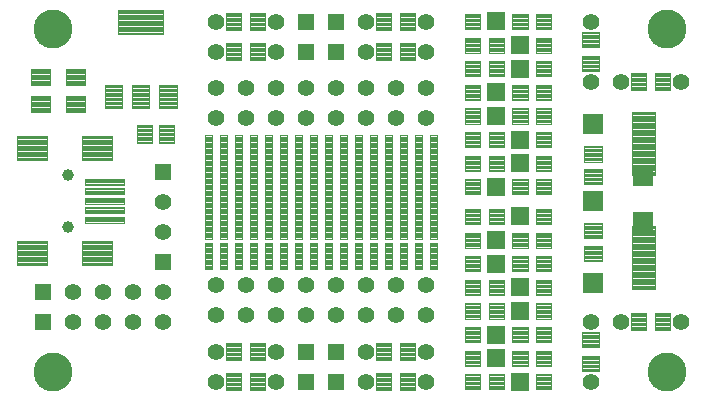
<source format=gts>
G75*
G70*
%OFA0B0*%
%FSLAX24Y24*%
%IPPOS*%
%LPD*%
%AMOC8*
5,1,8,0,0,1.08239X$1,22.5*
%
%ADD10C,0.1300*%
%ADD11C,0.0041*%
%ADD12C,0.0040*%
%ADD13C,0.0394*%
%ADD14C,0.0044*%
%ADD15C,0.0041*%
%ADD16R,0.0555X0.0555*%
%ADD17C,0.0555*%
%ADD18C,0.0041*%
%ADD19R,0.0631X0.0631*%
%ADD20C,0.0040*%
%ADD21R,0.0709X0.0709*%
D10*
X005969Y004991D03*
X005969Y016409D03*
X026442Y016409D03*
X026442Y004991D03*
D11*
X009642Y016264D02*
X008146Y016264D01*
X008146Y017050D01*
X009642Y017050D01*
X009642Y016264D01*
X009642Y016304D02*
X008146Y016304D01*
X008146Y016344D02*
X009642Y016344D01*
X009642Y016384D02*
X008146Y016384D01*
X008146Y016424D02*
X009642Y016424D01*
X009642Y016464D02*
X008146Y016464D01*
X008146Y016504D02*
X009642Y016504D01*
X009642Y016544D02*
X008146Y016544D01*
X008146Y016584D02*
X009642Y016584D01*
X009642Y016624D02*
X008146Y016624D01*
X008146Y016664D02*
X009642Y016664D01*
X009642Y016704D02*
X008146Y016704D01*
X008146Y016744D02*
X009642Y016744D01*
X009642Y016784D02*
X008146Y016784D01*
X008146Y016824D02*
X009642Y016824D01*
X009642Y016864D02*
X008146Y016864D01*
X008146Y016904D02*
X009642Y016904D01*
X009642Y016944D02*
X008146Y016944D01*
X008146Y016984D02*
X009642Y016984D01*
X009642Y017024D02*
X008146Y017024D01*
X006954Y012845D02*
X006954Y012059D01*
X006954Y012845D02*
X007938Y012845D01*
X007938Y012059D01*
X006954Y012059D01*
X006954Y012099D02*
X007938Y012099D01*
X007938Y012139D02*
X006954Y012139D01*
X006954Y012179D02*
X007938Y012179D01*
X007938Y012219D02*
X006954Y012219D01*
X006954Y012259D02*
X007938Y012259D01*
X007938Y012299D02*
X006954Y012299D01*
X006954Y012339D02*
X007938Y012339D01*
X007938Y012379D02*
X006954Y012379D01*
X006954Y012419D02*
X007938Y012419D01*
X007938Y012459D02*
X006954Y012459D01*
X006954Y012499D02*
X007938Y012499D01*
X007938Y012539D02*
X006954Y012539D01*
X006954Y012579D02*
X007938Y012579D01*
X007938Y012619D02*
X006954Y012619D01*
X006954Y012659D02*
X007938Y012659D01*
X007938Y012699D02*
X006954Y012699D01*
X006954Y012739D02*
X007938Y012739D01*
X007938Y012779D02*
X006954Y012779D01*
X006954Y012819D02*
X007938Y012819D01*
X004788Y012845D02*
X004788Y012059D01*
X004788Y012845D02*
X005772Y012845D01*
X005772Y012059D01*
X004788Y012059D01*
X004788Y012099D02*
X005772Y012099D01*
X005772Y012139D02*
X004788Y012139D01*
X004788Y012179D02*
X005772Y012179D01*
X005772Y012219D02*
X004788Y012219D01*
X004788Y012259D02*
X005772Y012259D01*
X005772Y012299D02*
X004788Y012299D01*
X004788Y012339D02*
X005772Y012339D01*
X005772Y012379D02*
X004788Y012379D01*
X004788Y012419D02*
X005772Y012419D01*
X005772Y012459D02*
X004788Y012459D01*
X004788Y012499D02*
X005772Y012499D01*
X005772Y012539D02*
X004788Y012539D01*
X004788Y012579D02*
X005772Y012579D01*
X005772Y012619D02*
X004788Y012619D01*
X004788Y012659D02*
X005772Y012659D01*
X005772Y012699D02*
X004788Y012699D01*
X004788Y012739D02*
X005772Y012739D01*
X005772Y012779D02*
X004788Y012779D01*
X004788Y012819D02*
X005772Y012819D01*
X004788Y009341D02*
X004788Y008555D01*
X004788Y009341D02*
X005772Y009341D01*
X005772Y008555D01*
X004788Y008555D01*
X004788Y008595D02*
X005772Y008595D01*
X005772Y008635D02*
X004788Y008635D01*
X004788Y008675D02*
X005772Y008675D01*
X005772Y008715D02*
X004788Y008715D01*
X004788Y008755D02*
X005772Y008755D01*
X005772Y008795D02*
X004788Y008795D01*
X004788Y008835D02*
X005772Y008835D01*
X005772Y008875D02*
X004788Y008875D01*
X004788Y008915D02*
X005772Y008915D01*
X005772Y008955D02*
X004788Y008955D01*
X004788Y008995D02*
X005772Y008995D01*
X005772Y009035D02*
X004788Y009035D01*
X004788Y009075D02*
X005772Y009075D01*
X005772Y009115D02*
X004788Y009115D01*
X004788Y009155D02*
X005772Y009155D01*
X005772Y009195D02*
X004788Y009195D01*
X004788Y009235D02*
X005772Y009235D01*
X005772Y009275D02*
X004788Y009275D01*
X004788Y009315D02*
X005772Y009315D01*
X006954Y009341D02*
X006954Y008555D01*
X006954Y009341D02*
X007938Y009341D01*
X007938Y008555D01*
X006954Y008555D01*
X006954Y008595D02*
X007938Y008595D01*
X007938Y008635D02*
X006954Y008635D01*
X006954Y008675D02*
X007938Y008675D01*
X007938Y008715D02*
X006954Y008715D01*
X006954Y008755D02*
X007938Y008755D01*
X007938Y008795D02*
X006954Y008795D01*
X006954Y008835D02*
X007938Y008835D01*
X007938Y008875D02*
X006954Y008875D01*
X006954Y008915D02*
X007938Y008915D01*
X007938Y008955D02*
X006954Y008955D01*
X006954Y008995D02*
X007938Y008995D01*
X007938Y009035D02*
X006954Y009035D01*
X006954Y009075D02*
X007938Y009075D01*
X007938Y009115D02*
X006954Y009115D01*
X006954Y009155D02*
X007938Y009155D01*
X007938Y009195D02*
X006954Y009195D01*
X006954Y009235D02*
X007938Y009235D01*
X007938Y009275D02*
X006954Y009275D01*
X006954Y009315D02*
X007938Y009315D01*
D12*
X007033Y009972D02*
X007033Y010168D01*
X008331Y010168D01*
X008331Y009972D01*
X007033Y009972D01*
X007033Y010011D02*
X008331Y010011D01*
X008331Y010050D02*
X007033Y010050D01*
X007033Y010089D02*
X008331Y010089D01*
X008331Y010128D02*
X007033Y010128D01*
X007033Y010167D02*
X008331Y010167D01*
X007033Y010287D02*
X007033Y010483D01*
X008331Y010483D01*
X008331Y010287D01*
X007033Y010287D01*
X007033Y010326D02*
X008331Y010326D01*
X008331Y010365D02*
X007033Y010365D01*
X007033Y010404D02*
X008331Y010404D01*
X008331Y010443D02*
X007033Y010443D01*
X007033Y010482D02*
X008331Y010482D01*
X007033Y010602D02*
X007033Y010798D01*
X008331Y010798D01*
X008331Y010602D01*
X007033Y010602D01*
X007033Y010641D02*
X008331Y010641D01*
X008331Y010680D02*
X007033Y010680D01*
X007033Y010719D02*
X008331Y010719D01*
X008331Y010758D02*
X007033Y010758D01*
X007033Y010797D02*
X008331Y010797D01*
X007033Y010917D02*
X007033Y011113D01*
X008331Y011113D01*
X008331Y010917D01*
X007033Y010917D01*
X007033Y010956D02*
X008331Y010956D01*
X008331Y010995D02*
X007033Y010995D01*
X007033Y011034D02*
X008331Y011034D01*
X008331Y011073D02*
X007033Y011073D01*
X007033Y011112D02*
X008331Y011112D01*
X007033Y011232D02*
X007033Y011428D01*
X008331Y011428D01*
X008331Y011232D01*
X007033Y011232D01*
X007033Y011271D02*
X008331Y011271D01*
X008331Y011310D02*
X007033Y011310D01*
X007033Y011349D02*
X008331Y011349D01*
X008331Y011388D02*
X007033Y011388D01*
X007033Y011427D02*
X008331Y011427D01*
D13*
X006461Y011566D03*
X006461Y009834D03*
D14*
X008766Y012624D02*
X009274Y012624D01*
X008766Y012624D02*
X008766Y013210D01*
X009274Y013210D01*
X009274Y012624D01*
X009274Y012667D02*
X008766Y012667D01*
X008766Y012710D02*
X009274Y012710D01*
X009274Y012753D02*
X008766Y012753D01*
X008766Y012796D02*
X009274Y012796D01*
X009274Y012839D02*
X008766Y012839D01*
X008766Y012882D02*
X009274Y012882D01*
X009274Y012925D02*
X008766Y012925D01*
X008766Y012968D02*
X009274Y012968D01*
X009274Y013011D02*
X008766Y013011D01*
X008766Y013054D02*
X009274Y013054D01*
X009274Y013097D02*
X008766Y013097D01*
X008766Y013140D02*
X009274Y013140D01*
X009274Y013183D02*
X008766Y013183D01*
X009514Y012624D02*
X010022Y012624D01*
X009514Y012624D02*
X009514Y013210D01*
X010022Y013210D01*
X010022Y012624D01*
X010022Y012667D02*
X009514Y012667D01*
X009514Y012710D02*
X010022Y012710D01*
X010022Y012753D02*
X009514Y012753D01*
X009514Y012796D02*
X010022Y012796D01*
X010022Y012839D02*
X009514Y012839D01*
X009514Y012882D02*
X010022Y012882D01*
X010022Y012925D02*
X009514Y012925D01*
X009514Y012968D02*
X010022Y012968D01*
X010022Y013011D02*
X009514Y013011D01*
X009514Y013054D02*
X010022Y013054D01*
X010022Y013097D02*
X009514Y013097D01*
X009514Y013140D02*
X010022Y013140D01*
X010022Y013183D02*
X009514Y013183D01*
X009507Y013786D02*
X010093Y013786D01*
X009507Y013786D02*
X009507Y014568D01*
X010093Y014568D01*
X010093Y013786D01*
X010093Y013829D02*
X009507Y013829D01*
X009507Y013872D02*
X010093Y013872D01*
X010093Y013915D02*
X009507Y013915D01*
X009507Y013958D02*
X010093Y013958D01*
X010093Y014001D02*
X009507Y014001D01*
X009507Y014044D02*
X010093Y014044D01*
X010093Y014087D02*
X009507Y014087D01*
X009507Y014130D02*
X010093Y014130D01*
X010093Y014173D02*
X009507Y014173D01*
X009507Y014216D02*
X010093Y014216D01*
X010093Y014259D02*
X009507Y014259D01*
X009507Y014302D02*
X010093Y014302D01*
X010093Y014345D02*
X009507Y014345D01*
X009507Y014388D02*
X010093Y014388D01*
X010093Y014431D02*
X009507Y014431D01*
X009507Y014474D02*
X010093Y014474D01*
X010093Y014517D02*
X009507Y014517D01*
X009507Y014560D02*
X010093Y014560D01*
X009187Y013786D02*
X008601Y013786D01*
X008601Y014568D01*
X009187Y014568D01*
X009187Y013786D01*
X009187Y013829D02*
X008601Y013829D01*
X008601Y013872D02*
X009187Y013872D01*
X009187Y013915D02*
X008601Y013915D01*
X008601Y013958D02*
X009187Y013958D01*
X009187Y014001D02*
X008601Y014001D01*
X008601Y014044D02*
X009187Y014044D01*
X009187Y014087D02*
X008601Y014087D01*
X008601Y014130D02*
X009187Y014130D01*
X009187Y014173D02*
X008601Y014173D01*
X008601Y014216D02*
X009187Y014216D01*
X009187Y014259D02*
X008601Y014259D01*
X008601Y014302D02*
X009187Y014302D01*
X009187Y014345D02*
X008601Y014345D01*
X008601Y014388D02*
X009187Y014388D01*
X009187Y014431D02*
X008601Y014431D01*
X008601Y014474D02*
X009187Y014474D01*
X009187Y014517D02*
X008601Y014517D01*
X008601Y014560D02*
X009187Y014560D01*
X008282Y013786D02*
X007696Y013786D01*
X007696Y014568D01*
X008282Y014568D01*
X008282Y013786D01*
X008282Y013829D02*
X007696Y013829D01*
X007696Y013872D02*
X008282Y013872D01*
X008282Y013915D02*
X007696Y013915D01*
X007696Y013958D02*
X008282Y013958D01*
X008282Y014001D02*
X007696Y014001D01*
X007696Y014044D02*
X008282Y014044D01*
X008282Y014087D02*
X007696Y014087D01*
X007696Y014130D02*
X008282Y014130D01*
X008282Y014173D02*
X007696Y014173D01*
X007696Y014216D02*
X008282Y014216D01*
X008282Y014259D02*
X007696Y014259D01*
X007696Y014302D02*
X008282Y014302D01*
X008282Y014345D02*
X007696Y014345D01*
X007696Y014388D02*
X008282Y014388D01*
X008282Y014431D02*
X007696Y014431D01*
X007696Y014474D02*
X008282Y014474D01*
X008282Y014517D02*
X007696Y014517D01*
X007696Y014560D02*
X008282Y014560D01*
X011747Y015374D02*
X012255Y015374D01*
X011747Y015374D02*
X011747Y015960D01*
X012255Y015960D01*
X012255Y015374D01*
X012255Y015417D02*
X011747Y015417D01*
X011747Y015460D02*
X012255Y015460D01*
X012255Y015503D02*
X011747Y015503D01*
X011747Y015546D02*
X012255Y015546D01*
X012255Y015589D02*
X011747Y015589D01*
X011747Y015632D02*
X012255Y015632D01*
X012255Y015675D02*
X011747Y015675D01*
X011747Y015718D02*
X012255Y015718D01*
X012255Y015761D02*
X011747Y015761D01*
X011747Y015804D02*
X012255Y015804D01*
X012255Y015847D02*
X011747Y015847D01*
X011747Y015890D02*
X012255Y015890D01*
X012255Y015933D02*
X011747Y015933D01*
X012534Y015374D02*
X013042Y015374D01*
X012534Y015374D02*
X012534Y015960D01*
X013042Y015960D01*
X013042Y015374D01*
X013042Y015417D02*
X012534Y015417D01*
X012534Y015460D02*
X013042Y015460D01*
X013042Y015503D02*
X012534Y015503D01*
X012534Y015546D02*
X013042Y015546D01*
X013042Y015589D02*
X012534Y015589D01*
X012534Y015632D02*
X013042Y015632D01*
X013042Y015675D02*
X012534Y015675D01*
X012534Y015718D02*
X013042Y015718D01*
X013042Y015761D02*
X012534Y015761D01*
X012534Y015804D02*
X013042Y015804D01*
X013042Y015847D02*
X012534Y015847D01*
X012534Y015890D02*
X013042Y015890D01*
X013042Y015933D02*
X012534Y015933D01*
X012534Y016960D02*
X013042Y016960D01*
X013042Y016374D01*
X012534Y016374D01*
X012534Y016960D01*
X012534Y016417D02*
X013042Y016417D01*
X013042Y016460D02*
X012534Y016460D01*
X012534Y016503D02*
X013042Y016503D01*
X013042Y016546D02*
X012534Y016546D01*
X012534Y016589D02*
X013042Y016589D01*
X013042Y016632D02*
X012534Y016632D01*
X012534Y016675D02*
X013042Y016675D01*
X013042Y016718D02*
X012534Y016718D01*
X012534Y016761D02*
X013042Y016761D01*
X013042Y016804D02*
X012534Y016804D01*
X012534Y016847D02*
X013042Y016847D01*
X013042Y016890D02*
X012534Y016890D01*
X012534Y016933D02*
X013042Y016933D01*
X012255Y016960D02*
X011747Y016960D01*
X012255Y016960D02*
X012255Y016374D01*
X011747Y016374D01*
X011747Y016960D01*
X011747Y016417D02*
X012255Y016417D01*
X012255Y016460D02*
X011747Y016460D01*
X011747Y016503D02*
X012255Y016503D01*
X012255Y016546D02*
X011747Y016546D01*
X011747Y016589D02*
X012255Y016589D01*
X012255Y016632D02*
X011747Y016632D01*
X011747Y016675D02*
X012255Y016675D01*
X012255Y016718D02*
X011747Y016718D01*
X011747Y016761D02*
X012255Y016761D01*
X012255Y016804D02*
X011747Y016804D01*
X011747Y016847D02*
X012255Y016847D01*
X012255Y016890D02*
X011747Y016890D01*
X011747Y016933D02*
X012255Y016933D01*
X016747Y016960D02*
X017255Y016960D01*
X017255Y016374D01*
X016747Y016374D01*
X016747Y016960D01*
X016747Y016417D02*
X017255Y016417D01*
X017255Y016460D02*
X016747Y016460D01*
X016747Y016503D02*
X017255Y016503D01*
X017255Y016546D02*
X016747Y016546D01*
X016747Y016589D02*
X017255Y016589D01*
X017255Y016632D02*
X016747Y016632D01*
X016747Y016675D02*
X017255Y016675D01*
X017255Y016718D02*
X016747Y016718D01*
X016747Y016761D02*
X017255Y016761D01*
X017255Y016804D02*
X016747Y016804D01*
X016747Y016847D02*
X017255Y016847D01*
X017255Y016890D02*
X016747Y016890D01*
X016747Y016933D02*
X017255Y016933D01*
X017534Y016960D02*
X018042Y016960D01*
X018042Y016374D01*
X017534Y016374D01*
X017534Y016960D01*
X017534Y016417D02*
X018042Y016417D01*
X018042Y016460D02*
X017534Y016460D01*
X017534Y016503D02*
X018042Y016503D01*
X018042Y016546D02*
X017534Y016546D01*
X017534Y016589D02*
X018042Y016589D01*
X018042Y016632D02*
X017534Y016632D01*
X017534Y016675D02*
X018042Y016675D01*
X018042Y016718D02*
X017534Y016718D01*
X017534Y016761D02*
X018042Y016761D01*
X018042Y016804D02*
X017534Y016804D01*
X017534Y016847D02*
X018042Y016847D01*
X018042Y016890D02*
X017534Y016890D01*
X017534Y016933D02*
X018042Y016933D01*
X018042Y015960D02*
X017534Y015960D01*
X018042Y015960D02*
X018042Y015374D01*
X017534Y015374D01*
X017534Y015960D01*
X017534Y015417D02*
X018042Y015417D01*
X018042Y015460D02*
X017534Y015460D01*
X017534Y015503D02*
X018042Y015503D01*
X018042Y015546D02*
X017534Y015546D01*
X017534Y015589D02*
X018042Y015589D01*
X018042Y015632D02*
X017534Y015632D01*
X017534Y015675D02*
X018042Y015675D01*
X018042Y015718D02*
X017534Y015718D01*
X017534Y015761D02*
X018042Y015761D01*
X018042Y015804D02*
X017534Y015804D01*
X017534Y015847D02*
X018042Y015847D01*
X018042Y015890D02*
X017534Y015890D01*
X017534Y015933D02*
X018042Y015933D01*
X017255Y015960D02*
X016747Y015960D01*
X017255Y015960D02*
X017255Y015374D01*
X016747Y015374D01*
X016747Y015960D01*
X016747Y015417D02*
X017255Y015417D01*
X017255Y015460D02*
X016747Y015460D01*
X016747Y015503D02*
X017255Y015503D01*
X017255Y015546D02*
X016747Y015546D01*
X016747Y015589D02*
X017255Y015589D01*
X017255Y015632D02*
X016747Y015632D01*
X016747Y015675D02*
X017255Y015675D01*
X017255Y015718D02*
X016747Y015718D01*
X016747Y015761D02*
X017255Y015761D01*
X017255Y015804D02*
X016747Y015804D01*
X016747Y015847D02*
X017255Y015847D01*
X017255Y015890D02*
X016747Y015890D01*
X016747Y015933D02*
X017255Y015933D01*
X019709Y016139D02*
X019709Y015631D01*
X019709Y016139D02*
X020217Y016139D01*
X020217Y015631D01*
X019709Y015631D01*
X019709Y015674D02*
X020217Y015674D01*
X020217Y015717D02*
X019709Y015717D01*
X019709Y015760D02*
X020217Y015760D01*
X020217Y015803D02*
X019709Y015803D01*
X019709Y015846D02*
X020217Y015846D01*
X020217Y015889D02*
X019709Y015889D01*
X019709Y015932D02*
X020217Y015932D01*
X020217Y015975D02*
X019709Y015975D01*
X019709Y016018D02*
X020217Y016018D01*
X020217Y016061D02*
X019709Y016061D01*
X019709Y016104D02*
X020217Y016104D01*
X020497Y016139D02*
X020497Y015631D01*
X020497Y016139D02*
X021005Y016139D01*
X021005Y015631D01*
X020497Y015631D01*
X020497Y015674D02*
X021005Y015674D01*
X021005Y015717D02*
X020497Y015717D01*
X020497Y015760D02*
X021005Y015760D01*
X021005Y015803D02*
X020497Y015803D01*
X020497Y015846D02*
X021005Y015846D01*
X021005Y015889D02*
X020497Y015889D01*
X020497Y015932D02*
X021005Y015932D01*
X021005Y015975D02*
X020497Y015975D01*
X020497Y016018D02*
X021005Y016018D01*
X021005Y016061D02*
X020497Y016061D01*
X020497Y016104D02*
X021005Y016104D01*
X021284Y016419D02*
X021284Y016927D01*
X021792Y016927D01*
X021792Y016419D01*
X021284Y016419D01*
X021284Y016462D02*
X021792Y016462D01*
X021792Y016505D02*
X021284Y016505D01*
X021284Y016548D02*
X021792Y016548D01*
X021792Y016591D02*
X021284Y016591D01*
X021284Y016634D02*
X021792Y016634D01*
X021792Y016677D02*
X021284Y016677D01*
X021284Y016720D02*
X021792Y016720D01*
X021792Y016763D02*
X021284Y016763D01*
X021284Y016806D02*
X021792Y016806D01*
X021792Y016849D02*
X021284Y016849D01*
X021284Y016892D02*
X021792Y016892D01*
X022071Y016927D02*
X022071Y016419D01*
X022071Y016927D02*
X022579Y016927D01*
X022579Y016419D01*
X022071Y016419D01*
X022071Y016462D02*
X022579Y016462D01*
X022579Y016505D02*
X022071Y016505D01*
X022071Y016548D02*
X022579Y016548D01*
X022579Y016591D02*
X022071Y016591D01*
X022071Y016634D02*
X022579Y016634D01*
X022579Y016677D02*
X022071Y016677D01*
X022071Y016720D02*
X022579Y016720D01*
X022579Y016763D02*
X022071Y016763D01*
X022071Y016806D02*
X022579Y016806D01*
X022579Y016849D02*
X022071Y016849D01*
X022071Y016892D02*
X022579Y016892D01*
X024187Y016314D02*
X024187Y015806D01*
X023601Y015806D01*
X023601Y016314D01*
X024187Y016314D01*
X024187Y015849D02*
X023601Y015849D01*
X023601Y015892D02*
X024187Y015892D01*
X024187Y015935D02*
X023601Y015935D01*
X023601Y015978D02*
X024187Y015978D01*
X024187Y016021D02*
X023601Y016021D01*
X023601Y016064D02*
X024187Y016064D01*
X024187Y016107D02*
X023601Y016107D01*
X023601Y016150D02*
X024187Y016150D01*
X024187Y016193D02*
X023601Y016193D01*
X023601Y016236D02*
X024187Y016236D01*
X024187Y016279D02*
X023601Y016279D01*
X022071Y016139D02*
X022071Y015631D01*
X022071Y016139D02*
X022579Y016139D01*
X022579Y015631D01*
X022071Y015631D01*
X022071Y015674D02*
X022579Y015674D01*
X022579Y015717D02*
X022071Y015717D01*
X022071Y015760D02*
X022579Y015760D01*
X022579Y015803D02*
X022071Y015803D01*
X022071Y015846D02*
X022579Y015846D01*
X022579Y015889D02*
X022071Y015889D01*
X022071Y015932D02*
X022579Y015932D01*
X022579Y015975D02*
X022071Y015975D01*
X022071Y016018D02*
X022579Y016018D01*
X022579Y016061D02*
X022071Y016061D01*
X022071Y016104D02*
X022579Y016104D01*
X024187Y015527D02*
X024187Y015019D01*
X023601Y015019D01*
X023601Y015527D01*
X024187Y015527D01*
X024187Y015062D02*
X023601Y015062D01*
X023601Y015105D02*
X024187Y015105D01*
X024187Y015148D02*
X023601Y015148D01*
X023601Y015191D02*
X024187Y015191D01*
X024187Y015234D02*
X023601Y015234D01*
X023601Y015277D02*
X024187Y015277D01*
X024187Y015320D02*
X023601Y015320D01*
X023601Y015363D02*
X024187Y015363D01*
X024187Y015406D02*
X023601Y015406D01*
X023601Y015449D02*
X024187Y015449D01*
X024187Y015492D02*
X023601Y015492D01*
X022071Y015352D02*
X022071Y014844D01*
X022071Y015352D02*
X022579Y015352D01*
X022579Y014844D01*
X022071Y014844D01*
X022071Y014887D02*
X022579Y014887D01*
X022579Y014930D02*
X022071Y014930D01*
X022071Y014973D02*
X022579Y014973D01*
X022579Y015016D02*
X022071Y015016D01*
X022071Y015059D02*
X022579Y015059D01*
X022579Y015102D02*
X022071Y015102D01*
X022071Y015145D02*
X022579Y015145D01*
X022579Y015188D02*
X022071Y015188D01*
X022071Y015231D02*
X022579Y015231D01*
X022579Y015274D02*
X022071Y015274D01*
X022071Y015317D02*
X022579Y015317D01*
X022071Y014564D02*
X022071Y014056D01*
X022071Y014564D02*
X022579Y014564D01*
X022579Y014056D01*
X022071Y014056D01*
X022071Y014099D02*
X022579Y014099D01*
X022579Y014142D02*
X022071Y014142D01*
X022071Y014185D02*
X022579Y014185D01*
X022579Y014228D02*
X022071Y014228D01*
X022071Y014271D02*
X022579Y014271D01*
X022579Y014314D02*
X022071Y014314D01*
X022071Y014357D02*
X022579Y014357D01*
X022579Y014400D02*
X022071Y014400D01*
X022071Y014443D02*
X022579Y014443D01*
X022579Y014486D02*
X022071Y014486D01*
X022071Y014529D02*
X022579Y014529D01*
X021284Y014564D02*
X021284Y014056D01*
X021284Y014564D02*
X021792Y014564D01*
X021792Y014056D01*
X021284Y014056D01*
X021284Y014099D02*
X021792Y014099D01*
X021792Y014142D02*
X021284Y014142D01*
X021284Y014185D02*
X021792Y014185D01*
X021792Y014228D02*
X021284Y014228D01*
X021284Y014271D02*
X021792Y014271D01*
X021792Y014314D02*
X021284Y014314D01*
X021284Y014357D02*
X021792Y014357D01*
X021792Y014400D02*
X021284Y014400D01*
X021284Y014443D02*
X021792Y014443D01*
X021792Y014486D02*
X021284Y014486D01*
X021284Y014529D02*
X021792Y014529D01*
X020497Y014844D02*
X020497Y015352D01*
X021005Y015352D01*
X021005Y014844D01*
X020497Y014844D01*
X020497Y014887D02*
X021005Y014887D01*
X021005Y014930D02*
X020497Y014930D01*
X020497Y014973D02*
X021005Y014973D01*
X021005Y015016D02*
X020497Y015016D01*
X020497Y015059D02*
X021005Y015059D01*
X021005Y015102D02*
X020497Y015102D01*
X020497Y015145D02*
X021005Y015145D01*
X021005Y015188D02*
X020497Y015188D01*
X020497Y015231D02*
X021005Y015231D01*
X021005Y015274D02*
X020497Y015274D01*
X020497Y015317D02*
X021005Y015317D01*
X019709Y015352D02*
X019709Y014844D01*
X019709Y015352D02*
X020217Y015352D01*
X020217Y014844D01*
X019709Y014844D01*
X019709Y014887D02*
X020217Y014887D01*
X020217Y014930D02*
X019709Y014930D01*
X019709Y014973D02*
X020217Y014973D01*
X020217Y015016D02*
X019709Y015016D01*
X019709Y015059D02*
X020217Y015059D01*
X020217Y015102D02*
X019709Y015102D01*
X019709Y015145D02*
X020217Y015145D01*
X020217Y015188D02*
X019709Y015188D01*
X019709Y015231D02*
X020217Y015231D01*
X020217Y015274D02*
X019709Y015274D01*
X019709Y015317D02*
X020217Y015317D01*
X019709Y014564D02*
X019709Y014056D01*
X019709Y014564D02*
X020217Y014564D01*
X020217Y014056D01*
X019709Y014056D01*
X019709Y014099D02*
X020217Y014099D01*
X020217Y014142D02*
X019709Y014142D01*
X019709Y014185D02*
X020217Y014185D01*
X020217Y014228D02*
X019709Y014228D01*
X019709Y014271D02*
X020217Y014271D01*
X020217Y014314D02*
X019709Y014314D01*
X019709Y014357D02*
X020217Y014357D01*
X020217Y014400D02*
X019709Y014400D01*
X019709Y014443D02*
X020217Y014443D01*
X020217Y014486D02*
X019709Y014486D01*
X019709Y014529D02*
X020217Y014529D01*
X019709Y013777D02*
X019709Y013269D01*
X019709Y013777D02*
X020217Y013777D01*
X020217Y013269D01*
X019709Y013269D01*
X019709Y013312D02*
X020217Y013312D01*
X020217Y013355D02*
X019709Y013355D01*
X019709Y013398D02*
X020217Y013398D01*
X020217Y013441D02*
X019709Y013441D01*
X019709Y013484D02*
X020217Y013484D01*
X020217Y013527D02*
X019709Y013527D01*
X019709Y013570D02*
X020217Y013570D01*
X020217Y013613D02*
X019709Y013613D01*
X019709Y013656D02*
X020217Y013656D01*
X020217Y013699D02*
X019709Y013699D01*
X019709Y013742D02*
X020217Y013742D01*
X019709Y012990D02*
X019709Y012482D01*
X019709Y012990D02*
X020217Y012990D01*
X020217Y012482D01*
X019709Y012482D01*
X019709Y012525D02*
X020217Y012525D01*
X020217Y012568D02*
X019709Y012568D01*
X019709Y012611D02*
X020217Y012611D01*
X020217Y012654D02*
X019709Y012654D01*
X019709Y012697D02*
X020217Y012697D01*
X020217Y012740D02*
X019709Y012740D01*
X019709Y012783D02*
X020217Y012783D01*
X020217Y012826D02*
X019709Y012826D01*
X019709Y012869D02*
X020217Y012869D01*
X020217Y012912D02*
X019709Y012912D01*
X019709Y012955D02*
X020217Y012955D01*
X020497Y012990D02*
X020497Y012482D01*
X020497Y012990D02*
X021005Y012990D01*
X021005Y012482D01*
X020497Y012482D01*
X020497Y012525D02*
X021005Y012525D01*
X021005Y012568D02*
X020497Y012568D01*
X020497Y012611D02*
X021005Y012611D01*
X021005Y012654D02*
X020497Y012654D01*
X020497Y012697D02*
X021005Y012697D01*
X021005Y012740D02*
X020497Y012740D01*
X020497Y012783D02*
X021005Y012783D01*
X021005Y012826D02*
X020497Y012826D01*
X020497Y012869D02*
X021005Y012869D01*
X021005Y012912D02*
X020497Y012912D01*
X020497Y012955D02*
X021005Y012955D01*
X021284Y013269D02*
X021284Y013777D01*
X021792Y013777D01*
X021792Y013269D01*
X021284Y013269D01*
X021284Y013312D02*
X021792Y013312D01*
X021792Y013355D02*
X021284Y013355D01*
X021284Y013398D02*
X021792Y013398D01*
X021792Y013441D02*
X021284Y013441D01*
X021284Y013484D02*
X021792Y013484D01*
X021792Y013527D02*
X021284Y013527D01*
X021284Y013570D02*
X021792Y013570D01*
X021792Y013613D02*
X021284Y013613D01*
X021284Y013656D02*
X021792Y013656D01*
X021792Y013699D02*
X021284Y013699D01*
X021284Y013742D02*
X021792Y013742D01*
X022071Y013777D02*
X022071Y013269D01*
X022071Y013777D02*
X022579Y013777D01*
X022579Y013269D01*
X022071Y013269D01*
X022071Y013312D02*
X022579Y013312D01*
X022579Y013355D02*
X022071Y013355D01*
X022071Y013398D02*
X022579Y013398D01*
X022579Y013441D02*
X022071Y013441D01*
X022071Y013484D02*
X022579Y013484D01*
X022579Y013527D02*
X022071Y013527D01*
X022071Y013570D02*
X022579Y013570D01*
X022579Y013613D02*
X022071Y013613D01*
X022071Y013656D02*
X022579Y013656D01*
X022579Y013699D02*
X022071Y013699D01*
X022071Y013742D02*
X022579Y013742D01*
X022071Y012990D02*
X022071Y012482D01*
X022071Y012990D02*
X022579Y012990D01*
X022579Y012482D01*
X022071Y012482D01*
X022071Y012525D02*
X022579Y012525D01*
X022579Y012568D02*
X022071Y012568D01*
X022071Y012611D02*
X022579Y012611D01*
X022579Y012654D02*
X022071Y012654D01*
X022071Y012697D02*
X022579Y012697D01*
X022579Y012740D02*
X022071Y012740D01*
X022071Y012783D02*
X022579Y012783D01*
X022579Y012826D02*
X022071Y012826D01*
X022071Y012869D02*
X022579Y012869D01*
X022579Y012912D02*
X022071Y012912D01*
X022071Y012955D02*
X022579Y012955D01*
X023688Y012509D02*
X023688Y012001D01*
X023688Y012509D02*
X024274Y012509D01*
X024274Y012001D01*
X023688Y012001D01*
X023688Y012044D02*
X024274Y012044D01*
X024274Y012087D02*
X023688Y012087D01*
X023688Y012130D02*
X024274Y012130D01*
X024274Y012173D02*
X023688Y012173D01*
X023688Y012216D02*
X024274Y012216D01*
X024274Y012259D02*
X023688Y012259D01*
X023688Y012302D02*
X024274Y012302D01*
X024274Y012345D02*
X023688Y012345D01*
X023688Y012388D02*
X024274Y012388D01*
X024274Y012431D02*
X023688Y012431D01*
X023688Y012474D02*
X024274Y012474D01*
X023688Y011761D02*
X023688Y011253D01*
X023688Y011761D02*
X024274Y011761D01*
X024274Y011253D01*
X023688Y011253D01*
X023688Y011296D02*
X024274Y011296D01*
X024274Y011339D02*
X023688Y011339D01*
X023688Y011382D02*
X024274Y011382D01*
X024274Y011425D02*
X023688Y011425D01*
X023688Y011468D02*
X024274Y011468D01*
X024274Y011511D02*
X023688Y011511D01*
X023688Y011554D02*
X024274Y011554D01*
X024274Y011597D02*
X023688Y011597D01*
X023688Y011640D02*
X024274Y011640D01*
X024274Y011683D02*
X023688Y011683D01*
X023688Y011726D02*
X024274Y011726D01*
X022071Y011694D02*
X022071Y012202D01*
X022579Y012202D01*
X022579Y011694D01*
X022071Y011694D01*
X022071Y011737D02*
X022579Y011737D01*
X022579Y011780D02*
X022071Y011780D01*
X022071Y011823D02*
X022579Y011823D01*
X022579Y011866D02*
X022071Y011866D01*
X022071Y011909D02*
X022579Y011909D01*
X022579Y011952D02*
X022071Y011952D01*
X022071Y011995D02*
X022579Y011995D01*
X022579Y012038D02*
X022071Y012038D01*
X022071Y012081D02*
X022579Y012081D01*
X022579Y012124D02*
X022071Y012124D01*
X022071Y012167D02*
X022579Y012167D01*
X022071Y011415D02*
X022071Y010907D01*
X022071Y011415D02*
X022579Y011415D01*
X022579Y010907D01*
X022071Y010907D01*
X022071Y010950D02*
X022579Y010950D01*
X022579Y010993D02*
X022071Y010993D01*
X022071Y011036D02*
X022579Y011036D01*
X022579Y011079D02*
X022071Y011079D01*
X022071Y011122D02*
X022579Y011122D01*
X022579Y011165D02*
X022071Y011165D01*
X022071Y011208D02*
X022579Y011208D01*
X022579Y011251D02*
X022071Y011251D01*
X022071Y011294D02*
X022579Y011294D01*
X022579Y011337D02*
X022071Y011337D01*
X022071Y011380D02*
X022579Y011380D01*
X021284Y011415D02*
X021284Y010907D01*
X021284Y011415D02*
X021792Y011415D01*
X021792Y010907D01*
X021284Y010907D01*
X021284Y010950D02*
X021792Y010950D01*
X021792Y010993D02*
X021284Y010993D01*
X021284Y011036D02*
X021792Y011036D01*
X021792Y011079D02*
X021284Y011079D01*
X021284Y011122D02*
X021792Y011122D01*
X021792Y011165D02*
X021284Y011165D01*
X021284Y011208D02*
X021792Y011208D01*
X021792Y011251D02*
X021284Y011251D01*
X021284Y011294D02*
X021792Y011294D01*
X021792Y011337D02*
X021284Y011337D01*
X021284Y011380D02*
X021792Y011380D01*
X020497Y011694D02*
X020497Y012202D01*
X021005Y012202D01*
X021005Y011694D01*
X020497Y011694D01*
X020497Y011737D02*
X021005Y011737D01*
X021005Y011780D02*
X020497Y011780D01*
X020497Y011823D02*
X021005Y011823D01*
X021005Y011866D02*
X020497Y011866D01*
X020497Y011909D02*
X021005Y011909D01*
X021005Y011952D02*
X020497Y011952D01*
X020497Y011995D02*
X021005Y011995D01*
X021005Y012038D02*
X020497Y012038D01*
X020497Y012081D02*
X021005Y012081D01*
X021005Y012124D02*
X020497Y012124D01*
X020497Y012167D02*
X021005Y012167D01*
X019709Y012202D02*
X019709Y011694D01*
X019709Y012202D02*
X020217Y012202D01*
X020217Y011694D01*
X019709Y011694D01*
X019709Y011737D02*
X020217Y011737D01*
X020217Y011780D02*
X019709Y011780D01*
X019709Y011823D02*
X020217Y011823D01*
X020217Y011866D02*
X019709Y011866D01*
X019709Y011909D02*
X020217Y011909D01*
X020217Y011952D02*
X019709Y011952D01*
X019709Y011995D02*
X020217Y011995D01*
X020217Y012038D02*
X019709Y012038D01*
X019709Y012081D02*
X020217Y012081D01*
X020217Y012124D02*
X019709Y012124D01*
X019709Y012167D02*
X020217Y012167D01*
X019709Y011415D02*
X019709Y010907D01*
X019709Y011415D02*
X020217Y011415D01*
X020217Y010907D01*
X019709Y010907D01*
X019709Y010950D02*
X020217Y010950D01*
X020217Y010993D02*
X019709Y010993D01*
X019709Y011036D02*
X020217Y011036D01*
X020217Y011079D02*
X019709Y011079D01*
X019709Y011122D02*
X020217Y011122D01*
X020217Y011165D02*
X019709Y011165D01*
X019709Y011208D02*
X020217Y011208D01*
X020217Y011251D02*
X019709Y011251D01*
X019709Y011294D02*
X020217Y011294D01*
X020217Y011337D02*
X019709Y011337D01*
X019709Y011380D02*
X020217Y011380D01*
X020217Y010427D02*
X020217Y009919D01*
X019709Y009919D01*
X019709Y010427D01*
X020217Y010427D01*
X020217Y009962D02*
X019709Y009962D01*
X019709Y010005D02*
X020217Y010005D01*
X020217Y010048D02*
X019709Y010048D01*
X019709Y010091D02*
X020217Y010091D01*
X020217Y010134D02*
X019709Y010134D01*
X019709Y010177D02*
X020217Y010177D01*
X020217Y010220D02*
X019709Y010220D01*
X019709Y010263D02*
X020217Y010263D01*
X020217Y010306D02*
X019709Y010306D01*
X019709Y010349D02*
X020217Y010349D01*
X020217Y010392D02*
X019709Y010392D01*
X021005Y010427D02*
X021005Y009919D01*
X020497Y009919D01*
X020497Y010427D01*
X021005Y010427D01*
X021005Y009962D02*
X020497Y009962D01*
X020497Y010005D02*
X021005Y010005D01*
X021005Y010048D02*
X020497Y010048D01*
X020497Y010091D02*
X021005Y010091D01*
X021005Y010134D02*
X020497Y010134D01*
X020497Y010177D02*
X021005Y010177D01*
X021005Y010220D02*
X020497Y010220D01*
X020497Y010263D02*
X021005Y010263D01*
X021005Y010306D02*
X020497Y010306D01*
X020497Y010349D02*
X021005Y010349D01*
X021005Y010392D02*
X020497Y010392D01*
X020217Y009639D02*
X020217Y009131D01*
X019709Y009131D01*
X019709Y009639D01*
X020217Y009639D01*
X020217Y009174D02*
X019709Y009174D01*
X019709Y009217D02*
X020217Y009217D01*
X020217Y009260D02*
X019709Y009260D01*
X019709Y009303D02*
X020217Y009303D01*
X020217Y009346D02*
X019709Y009346D01*
X019709Y009389D02*
X020217Y009389D01*
X020217Y009432D02*
X019709Y009432D01*
X019709Y009475D02*
X020217Y009475D01*
X020217Y009518D02*
X019709Y009518D01*
X019709Y009561D02*
X020217Y009561D01*
X020217Y009604D02*
X019709Y009604D01*
X020217Y008852D02*
X020217Y008344D01*
X019709Y008344D01*
X019709Y008852D01*
X020217Y008852D01*
X020217Y008387D02*
X019709Y008387D01*
X019709Y008430D02*
X020217Y008430D01*
X020217Y008473D02*
X019709Y008473D01*
X019709Y008516D02*
X020217Y008516D01*
X020217Y008559D02*
X019709Y008559D01*
X019709Y008602D02*
X020217Y008602D01*
X020217Y008645D02*
X019709Y008645D01*
X019709Y008688D02*
X020217Y008688D01*
X020217Y008731D02*
X019709Y008731D01*
X019709Y008774D02*
X020217Y008774D01*
X020217Y008817D02*
X019709Y008817D01*
X020217Y008064D02*
X020217Y007556D01*
X019709Y007556D01*
X019709Y008064D01*
X020217Y008064D01*
X020217Y007599D02*
X019709Y007599D01*
X019709Y007642D02*
X020217Y007642D01*
X020217Y007685D02*
X019709Y007685D01*
X019709Y007728D02*
X020217Y007728D01*
X020217Y007771D02*
X019709Y007771D01*
X019709Y007814D02*
X020217Y007814D01*
X020217Y007857D02*
X019709Y007857D01*
X019709Y007900D02*
X020217Y007900D01*
X020217Y007943D02*
X019709Y007943D01*
X019709Y007986D02*
X020217Y007986D01*
X020217Y008029D02*
X019709Y008029D01*
X021005Y008064D02*
X021005Y007556D01*
X020497Y007556D01*
X020497Y008064D01*
X021005Y008064D01*
X021005Y007599D02*
X020497Y007599D01*
X020497Y007642D02*
X021005Y007642D01*
X021005Y007685D02*
X020497Y007685D01*
X020497Y007728D02*
X021005Y007728D01*
X021005Y007771D02*
X020497Y007771D01*
X020497Y007814D02*
X021005Y007814D01*
X021005Y007857D02*
X020497Y007857D01*
X020497Y007900D02*
X021005Y007900D01*
X021005Y007943D02*
X020497Y007943D01*
X020497Y007986D02*
X021005Y007986D01*
X021005Y008029D02*
X020497Y008029D01*
X021792Y008344D02*
X021792Y008852D01*
X021792Y008344D02*
X021284Y008344D01*
X021284Y008852D01*
X021792Y008852D01*
X021792Y008387D02*
X021284Y008387D01*
X021284Y008430D02*
X021792Y008430D01*
X021792Y008473D02*
X021284Y008473D01*
X021284Y008516D02*
X021792Y008516D01*
X021792Y008559D02*
X021284Y008559D01*
X021284Y008602D02*
X021792Y008602D01*
X021792Y008645D02*
X021284Y008645D01*
X021284Y008688D02*
X021792Y008688D01*
X021792Y008731D02*
X021284Y008731D01*
X021284Y008774D02*
X021792Y008774D01*
X021792Y008817D02*
X021284Y008817D01*
X021792Y009131D02*
X021792Y009639D01*
X021792Y009131D02*
X021284Y009131D01*
X021284Y009639D01*
X021792Y009639D01*
X021792Y009174D02*
X021284Y009174D01*
X021284Y009217D02*
X021792Y009217D01*
X021792Y009260D02*
X021284Y009260D01*
X021284Y009303D02*
X021792Y009303D01*
X021792Y009346D02*
X021284Y009346D01*
X021284Y009389D02*
X021792Y009389D01*
X021792Y009432D02*
X021284Y009432D01*
X021284Y009475D02*
X021792Y009475D01*
X021792Y009518D02*
X021284Y009518D01*
X021284Y009561D02*
X021792Y009561D01*
X021792Y009604D02*
X021284Y009604D01*
X022579Y009639D02*
X022579Y009131D01*
X022071Y009131D01*
X022071Y009639D01*
X022579Y009639D01*
X022579Y009174D02*
X022071Y009174D01*
X022071Y009217D02*
X022579Y009217D01*
X022579Y009260D02*
X022071Y009260D01*
X022071Y009303D02*
X022579Y009303D01*
X022579Y009346D02*
X022071Y009346D01*
X022071Y009389D02*
X022579Y009389D01*
X022579Y009432D02*
X022071Y009432D01*
X022071Y009475D02*
X022579Y009475D01*
X022579Y009518D02*
X022071Y009518D01*
X022071Y009561D02*
X022579Y009561D01*
X022579Y009604D02*
X022071Y009604D01*
X022579Y009919D02*
X022579Y010427D01*
X022579Y009919D02*
X022071Y009919D01*
X022071Y010427D01*
X022579Y010427D01*
X022579Y009962D02*
X022071Y009962D01*
X022071Y010005D02*
X022579Y010005D01*
X022579Y010048D02*
X022071Y010048D01*
X022071Y010091D02*
X022579Y010091D01*
X022579Y010134D02*
X022071Y010134D01*
X022071Y010177D02*
X022579Y010177D01*
X022579Y010220D02*
X022071Y010220D01*
X022071Y010263D02*
X022579Y010263D01*
X022579Y010306D02*
X022071Y010306D01*
X022071Y010349D02*
X022579Y010349D01*
X022579Y010392D02*
X022071Y010392D01*
X024274Y009950D02*
X024274Y009442D01*
X023688Y009442D01*
X023688Y009950D01*
X024274Y009950D01*
X024274Y009485D02*
X023688Y009485D01*
X023688Y009528D02*
X024274Y009528D01*
X024274Y009571D02*
X023688Y009571D01*
X023688Y009614D02*
X024274Y009614D01*
X024274Y009657D02*
X023688Y009657D01*
X023688Y009700D02*
X024274Y009700D01*
X024274Y009743D02*
X023688Y009743D01*
X023688Y009786D02*
X024274Y009786D01*
X024274Y009829D02*
X023688Y009829D01*
X023688Y009872D02*
X024274Y009872D01*
X024274Y009915D02*
X023688Y009915D01*
X024274Y009202D02*
X024274Y008694D01*
X023688Y008694D01*
X023688Y009202D01*
X024274Y009202D01*
X024274Y008737D02*
X023688Y008737D01*
X023688Y008780D02*
X024274Y008780D01*
X024274Y008823D02*
X023688Y008823D01*
X023688Y008866D02*
X024274Y008866D01*
X024274Y008909D02*
X023688Y008909D01*
X023688Y008952D02*
X024274Y008952D01*
X024274Y008995D02*
X023688Y008995D01*
X023688Y009038D02*
X024274Y009038D01*
X024274Y009081D02*
X023688Y009081D01*
X023688Y009124D02*
X024274Y009124D01*
X024274Y009167D02*
X023688Y009167D01*
X022579Y008852D02*
X022579Y008344D01*
X022071Y008344D01*
X022071Y008852D01*
X022579Y008852D01*
X022579Y008387D02*
X022071Y008387D01*
X022071Y008430D02*
X022579Y008430D01*
X022579Y008473D02*
X022071Y008473D01*
X022071Y008516D02*
X022579Y008516D01*
X022579Y008559D02*
X022071Y008559D01*
X022071Y008602D02*
X022579Y008602D01*
X022579Y008645D02*
X022071Y008645D01*
X022071Y008688D02*
X022579Y008688D01*
X022579Y008731D02*
X022071Y008731D01*
X022071Y008774D02*
X022579Y008774D01*
X022579Y008817D02*
X022071Y008817D01*
X022579Y008064D02*
X022579Y007556D01*
X022071Y007556D01*
X022071Y008064D01*
X022579Y008064D01*
X022579Y007599D02*
X022071Y007599D01*
X022071Y007642D02*
X022579Y007642D01*
X022579Y007685D02*
X022071Y007685D01*
X022071Y007728D02*
X022579Y007728D01*
X022579Y007771D02*
X022071Y007771D01*
X022071Y007814D02*
X022579Y007814D01*
X022579Y007857D02*
X022071Y007857D01*
X022071Y007900D02*
X022579Y007900D01*
X022579Y007943D02*
X022071Y007943D01*
X022071Y007986D02*
X022579Y007986D01*
X022579Y008029D02*
X022071Y008029D01*
X022579Y007277D02*
X022579Y006769D01*
X022071Y006769D01*
X022071Y007277D01*
X022579Y007277D01*
X022579Y006812D02*
X022071Y006812D01*
X022071Y006855D02*
X022579Y006855D01*
X022579Y006898D02*
X022071Y006898D01*
X022071Y006941D02*
X022579Y006941D01*
X022579Y006984D02*
X022071Y006984D01*
X022071Y007027D02*
X022579Y007027D01*
X022579Y007070D02*
X022071Y007070D01*
X022071Y007113D02*
X022579Y007113D01*
X022579Y007156D02*
X022071Y007156D01*
X022071Y007199D02*
X022579Y007199D01*
X022579Y007242D02*
X022071Y007242D01*
X021005Y007277D02*
X021005Y006769D01*
X020497Y006769D01*
X020497Y007277D01*
X021005Y007277D01*
X021005Y006812D02*
X020497Y006812D01*
X020497Y006855D02*
X021005Y006855D01*
X021005Y006898D02*
X020497Y006898D01*
X020497Y006941D02*
X021005Y006941D01*
X021005Y006984D02*
X020497Y006984D01*
X020497Y007027D02*
X021005Y007027D01*
X021005Y007070D02*
X020497Y007070D01*
X020497Y007113D02*
X021005Y007113D01*
X021005Y007156D02*
X020497Y007156D01*
X020497Y007199D02*
X021005Y007199D01*
X021005Y007242D02*
X020497Y007242D01*
X020217Y007277D02*
X020217Y006769D01*
X019709Y006769D01*
X019709Y007277D01*
X020217Y007277D01*
X020217Y006812D02*
X019709Y006812D01*
X019709Y006855D02*
X020217Y006855D01*
X020217Y006898D02*
X019709Y006898D01*
X019709Y006941D02*
X020217Y006941D01*
X020217Y006984D02*
X019709Y006984D01*
X019709Y007027D02*
X020217Y007027D01*
X020217Y007070D02*
X019709Y007070D01*
X019709Y007113D02*
X020217Y007113D01*
X020217Y007156D02*
X019709Y007156D01*
X019709Y007199D02*
X020217Y007199D01*
X020217Y007242D02*
X019709Y007242D01*
X020217Y006490D02*
X020217Y005982D01*
X019709Y005982D01*
X019709Y006490D01*
X020217Y006490D01*
X020217Y006025D02*
X019709Y006025D01*
X019709Y006068D02*
X020217Y006068D01*
X020217Y006111D02*
X019709Y006111D01*
X019709Y006154D02*
X020217Y006154D01*
X020217Y006197D02*
X019709Y006197D01*
X019709Y006240D02*
X020217Y006240D01*
X020217Y006283D02*
X019709Y006283D01*
X019709Y006326D02*
X020217Y006326D01*
X020217Y006369D02*
X019709Y006369D01*
X019709Y006412D02*
X020217Y006412D01*
X020217Y006455D02*
X019709Y006455D01*
X020217Y005702D02*
X020217Y005194D01*
X019709Y005194D01*
X019709Y005702D01*
X020217Y005702D01*
X020217Y005237D02*
X019709Y005237D01*
X019709Y005280D02*
X020217Y005280D01*
X020217Y005323D02*
X019709Y005323D01*
X019709Y005366D02*
X020217Y005366D01*
X020217Y005409D02*
X019709Y005409D01*
X019709Y005452D02*
X020217Y005452D01*
X020217Y005495D02*
X019709Y005495D01*
X019709Y005538D02*
X020217Y005538D01*
X020217Y005581D02*
X019709Y005581D01*
X019709Y005624D02*
X020217Y005624D01*
X020217Y005667D02*
X019709Y005667D01*
X020217Y004915D02*
X020217Y004407D01*
X019709Y004407D01*
X019709Y004915D01*
X020217Y004915D01*
X020217Y004450D02*
X019709Y004450D01*
X019709Y004493D02*
X020217Y004493D01*
X020217Y004536D02*
X019709Y004536D01*
X019709Y004579D02*
X020217Y004579D01*
X020217Y004622D02*
X019709Y004622D01*
X019709Y004665D02*
X020217Y004665D01*
X020217Y004708D02*
X019709Y004708D01*
X019709Y004751D02*
X020217Y004751D01*
X020217Y004794D02*
X019709Y004794D01*
X019709Y004837D02*
X020217Y004837D01*
X020217Y004880D02*
X019709Y004880D01*
X021005Y004915D02*
X021005Y004407D01*
X020497Y004407D01*
X020497Y004915D01*
X021005Y004915D01*
X021005Y004450D02*
X020497Y004450D01*
X020497Y004493D02*
X021005Y004493D01*
X021005Y004536D02*
X020497Y004536D01*
X020497Y004579D02*
X021005Y004579D01*
X021005Y004622D02*
X020497Y004622D01*
X020497Y004665D02*
X021005Y004665D01*
X021005Y004708D02*
X020497Y004708D01*
X020497Y004751D02*
X021005Y004751D01*
X021005Y004794D02*
X020497Y004794D01*
X020497Y004837D02*
X021005Y004837D01*
X021005Y004880D02*
X020497Y004880D01*
X021792Y005194D02*
X021792Y005702D01*
X021792Y005194D02*
X021284Y005194D01*
X021284Y005702D01*
X021792Y005702D01*
X021792Y005237D02*
X021284Y005237D01*
X021284Y005280D02*
X021792Y005280D01*
X021792Y005323D02*
X021284Y005323D01*
X021284Y005366D02*
X021792Y005366D01*
X021792Y005409D02*
X021284Y005409D01*
X021284Y005452D02*
X021792Y005452D01*
X021792Y005495D02*
X021284Y005495D01*
X021284Y005538D02*
X021792Y005538D01*
X021792Y005581D02*
X021284Y005581D01*
X021284Y005624D02*
X021792Y005624D01*
X021792Y005667D02*
X021284Y005667D01*
X021792Y005982D02*
X021792Y006490D01*
X021792Y005982D02*
X021284Y005982D01*
X021284Y006490D01*
X021792Y006490D01*
X021792Y006025D02*
X021284Y006025D01*
X021284Y006068D02*
X021792Y006068D01*
X021792Y006111D02*
X021284Y006111D01*
X021284Y006154D02*
X021792Y006154D01*
X021792Y006197D02*
X021284Y006197D01*
X021284Y006240D02*
X021792Y006240D01*
X021792Y006283D02*
X021284Y006283D01*
X021284Y006326D02*
X021792Y006326D01*
X021792Y006369D02*
X021284Y006369D01*
X021284Y006412D02*
X021792Y006412D01*
X021792Y006455D02*
X021284Y006455D01*
X022579Y006490D02*
X022579Y005982D01*
X022071Y005982D01*
X022071Y006490D01*
X022579Y006490D01*
X022579Y006025D02*
X022071Y006025D01*
X022071Y006068D02*
X022579Y006068D01*
X022579Y006111D02*
X022071Y006111D01*
X022071Y006154D02*
X022579Y006154D01*
X022579Y006197D02*
X022071Y006197D01*
X022071Y006240D02*
X022579Y006240D01*
X022579Y006283D02*
X022071Y006283D01*
X022071Y006326D02*
X022579Y006326D01*
X022579Y006369D02*
X022071Y006369D01*
X022071Y006412D02*
X022579Y006412D01*
X022579Y006455D02*
X022071Y006455D01*
X022579Y005702D02*
X022579Y005194D01*
X022071Y005194D01*
X022071Y005702D01*
X022579Y005702D01*
X022579Y005237D02*
X022071Y005237D01*
X022071Y005280D02*
X022579Y005280D01*
X022579Y005323D02*
X022071Y005323D01*
X022071Y005366D02*
X022579Y005366D01*
X022579Y005409D02*
X022071Y005409D01*
X022071Y005452D02*
X022579Y005452D01*
X022579Y005495D02*
X022071Y005495D01*
X022071Y005538D02*
X022579Y005538D01*
X022579Y005581D02*
X022071Y005581D01*
X022071Y005624D02*
X022579Y005624D01*
X022579Y005667D02*
X022071Y005667D01*
X022579Y004915D02*
X022579Y004407D01*
X022071Y004407D01*
X022071Y004915D01*
X022579Y004915D01*
X022579Y004450D02*
X022071Y004450D01*
X022071Y004493D02*
X022579Y004493D01*
X022579Y004536D02*
X022071Y004536D01*
X022071Y004579D02*
X022579Y004579D01*
X022579Y004622D02*
X022071Y004622D01*
X022071Y004665D02*
X022579Y004665D01*
X022579Y004708D02*
X022071Y004708D01*
X022071Y004751D02*
X022579Y004751D01*
X022579Y004794D02*
X022071Y004794D01*
X022071Y004837D02*
X022579Y004837D01*
X022579Y004880D02*
X022071Y004880D01*
X024187Y005019D02*
X024187Y005527D01*
X024187Y005019D02*
X023601Y005019D01*
X023601Y005527D01*
X024187Y005527D01*
X024187Y005062D02*
X023601Y005062D01*
X023601Y005105D02*
X024187Y005105D01*
X024187Y005148D02*
X023601Y005148D01*
X023601Y005191D02*
X024187Y005191D01*
X024187Y005234D02*
X023601Y005234D01*
X023601Y005277D02*
X024187Y005277D01*
X024187Y005320D02*
X023601Y005320D01*
X023601Y005363D02*
X024187Y005363D01*
X024187Y005406D02*
X023601Y005406D01*
X023601Y005449D02*
X024187Y005449D01*
X024187Y005492D02*
X023601Y005492D01*
X024187Y005806D02*
X024187Y006314D01*
X024187Y005806D02*
X023601Y005806D01*
X023601Y006314D01*
X024187Y006314D01*
X024187Y005849D02*
X023601Y005849D01*
X023601Y005892D02*
X024187Y005892D01*
X024187Y005935D02*
X023601Y005935D01*
X023601Y005978D02*
X024187Y005978D01*
X024187Y006021D02*
X023601Y006021D01*
X023601Y006064D02*
X024187Y006064D01*
X024187Y006107D02*
X023601Y006107D01*
X023601Y006150D02*
X024187Y006150D01*
X024187Y006193D02*
X023601Y006193D01*
X023601Y006236D02*
X024187Y006236D01*
X024187Y006279D02*
X023601Y006279D01*
X025247Y006374D02*
X025755Y006374D01*
X025247Y006374D02*
X025247Y006960D01*
X025755Y006960D01*
X025755Y006374D01*
X025755Y006417D02*
X025247Y006417D01*
X025247Y006460D02*
X025755Y006460D01*
X025755Y006503D02*
X025247Y006503D01*
X025247Y006546D02*
X025755Y006546D01*
X025755Y006589D02*
X025247Y006589D01*
X025247Y006632D02*
X025755Y006632D01*
X025755Y006675D02*
X025247Y006675D01*
X025247Y006718D02*
X025755Y006718D01*
X025755Y006761D02*
X025247Y006761D01*
X025247Y006804D02*
X025755Y006804D01*
X025755Y006847D02*
X025247Y006847D01*
X025247Y006890D02*
X025755Y006890D01*
X025755Y006933D02*
X025247Y006933D01*
X026034Y006374D02*
X026542Y006374D01*
X026034Y006374D02*
X026034Y006960D01*
X026542Y006960D01*
X026542Y006374D01*
X026542Y006417D02*
X026034Y006417D01*
X026034Y006460D02*
X026542Y006460D01*
X026542Y006503D02*
X026034Y006503D01*
X026034Y006546D02*
X026542Y006546D01*
X026542Y006589D02*
X026034Y006589D01*
X026034Y006632D02*
X026542Y006632D01*
X026542Y006675D02*
X026034Y006675D01*
X026034Y006718D02*
X026542Y006718D01*
X026542Y006761D02*
X026034Y006761D01*
X026034Y006804D02*
X026542Y006804D01*
X026542Y006847D02*
X026034Y006847D01*
X026034Y006890D02*
X026542Y006890D01*
X026542Y006933D02*
X026034Y006933D01*
X018042Y005374D02*
X017534Y005374D01*
X017534Y005960D01*
X018042Y005960D01*
X018042Y005374D01*
X018042Y005417D02*
X017534Y005417D01*
X017534Y005460D02*
X018042Y005460D01*
X018042Y005503D02*
X017534Y005503D01*
X017534Y005546D02*
X018042Y005546D01*
X018042Y005589D02*
X017534Y005589D01*
X017534Y005632D02*
X018042Y005632D01*
X018042Y005675D02*
X017534Y005675D01*
X017534Y005718D02*
X018042Y005718D01*
X018042Y005761D02*
X017534Y005761D01*
X017534Y005804D02*
X018042Y005804D01*
X018042Y005847D02*
X017534Y005847D01*
X017534Y005890D02*
X018042Y005890D01*
X018042Y005933D02*
X017534Y005933D01*
X017255Y005374D02*
X016747Y005374D01*
X016747Y005960D01*
X017255Y005960D01*
X017255Y005374D01*
X017255Y005417D02*
X016747Y005417D01*
X016747Y005460D02*
X017255Y005460D01*
X017255Y005503D02*
X016747Y005503D01*
X016747Y005546D02*
X017255Y005546D01*
X017255Y005589D02*
X016747Y005589D01*
X016747Y005632D02*
X017255Y005632D01*
X017255Y005675D02*
X016747Y005675D01*
X016747Y005718D02*
X017255Y005718D01*
X017255Y005761D02*
X016747Y005761D01*
X016747Y005804D02*
X017255Y005804D01*
X017255Y005847D02*
X016747Y005847D01*
X016747Y005890D02*
X017255Y005890D01*
X017255Y005933D02*
X016747Y005933D01*
X016747Y004374D02*
X017255Y004374D01*
X016747Y004374D02*
X016747Y004960D01*
X017255Y004960D01*
X017255Y004374D01*
X017255Y004417D02*
X016747Y004417D01*
X016747Y004460D02*
X017255Y004460D01*
X017255Y004503D02*
X016747Y004503D01*
X016747Y004546D02*
X017255Y004546D01*
X017255Y004589D02*
X016747Y004589D01*
X016747Y004632D02*
X017255Y004632D01*
X017255Y004675D02*
X016747Y004675D01*
X016747Y004718D02*
X017255Y004718D01*
X017255Y004761D02*
X016747Y004761D01*
X016747Y004804D02*
X017255Y004804D01*
X017255Y004847D02*
X016747Y004847D01*
X016747Y004890D02*
X017255Y004890D01*
X017255Y004933D02*
X016747Y004933D01*
X017534Y004374D02*
X018042Y004374D01*
X017534Y004374D02*
X017534Y004960D01*
X018042Y004960D01*
X018042Y004374D01*
X018042Y004417D02*
X017534Y004417D01*
X017534Y004460D02*
X018042Y004460D01*
X018042Y004503D02*
X017534Y004503D01*
X017534Y004546D02*
X018042Y004546D01*
X018042Y004589D02*
X017534Y004589D01*
X017534Y004632D02*
X018042Y004632D01*
X018042Y004675D02*
X017534Y004675D01*
X017534Y004718D02*
X018042Y004718D01*
X018042Y004761D02*
X017534Y004761D01*
X017534Y004804D02*
X018042Y004804D01*
X018042Y004847D02*
X017534Y004847D01*
X017534Y004890D02*
X018042Y004890D01*
X018042Y004933D02*
X017534Y004933D01*
X013042Y004374D02*
X012534Y004374D01*
X012534Y004960D01*
X013042Y004960D01*
X013042Y004374D01*
X013042Y004417D02*
X012534Y004417D01*
X012534Y004460D02*
X013042Y004460D01*
X013042Y004503D02*
X012534Y004503D01*
X012534Y004546D02*
X013042Y004546D01*
X013042Y004589D02*
X012534Y004589D01*
X012534Y004632D02*
X013042Y004632D01*
X013042Y004675D02*
X012534Y004675D01*
X012534Y004718D02*
X013042Y004718D01*
X013042Y004761D02*
X012534Y004761D01*
X012534Y004804D02*
X013042Y004804D01*
X013042Y004847D02*
X012534Y004847D01*
X012534Y004890D02*
X013042Y004890D01*
X013042Y004933D02*
X012534Y004933D01*
X012255Y004374D02*
X011747Y004374D01*
X011747Y004960D01*
X012255Y004960D01*
X012255Y004374D01*
X012255Y004417D02*
X011747Y004417D01*
X011747Y004460D02*
X012255Y004460D01*
X012255Y004503D02*
X011747Y004503D01*
X011747Y004546D02*
X012255Y004546D01*
X012255Y004589D02*
X011747Y004589D01*
X011747Y004632D02*
X012255Y004632D01*
X012255Y004675D02*
X011747Y004675D01*
X011747Y004718D02*
X012255Y004718D01*
X012255Y004761D02*
X011747Y004761D01*
X011747Y004804D02*
X012255Y004804D01*
X012255Y004847D02*
X011747Y004847D01*
X011747Y004890D02*
X012255Y004890D01*
X012255Y004933D02*
X011747Y004933D01*
X011747Y005374D02*
X012255Y005374D01*
X011747Y005374D02*
X011747Y005960D01*
X012255Y005960D01*
X012255Y005374D01*
X012255Y005417D02*
X011747Y005417D01*
X011747Y005460D02*
X012255Y005460D01*
X012255Y005503D02*
X011747Y005503D01*
X011747Y005546D02*
X012255Y005546D01*
X012255Y005589D02*
X011747Y005589D01*
X011747Y005632D02*
X012255Y005632D01*
X012255Y005675D02*
X011747Y005675D01*
X011747Y005718D02*
X012255Y005718D01*
X012255Y005761D02*
X011747Y005761D01*
X011747Y005804D02*
X012255Y005804D01*
X012255Y005847D02*
X011747Y005847D01*
X011747Y005890D02*
X012255Y005890D01*
X012255Y005933D02*
X011747Y005933D01*
X012534Y005374D02*
X013042Y005374D01*
X012534Y005374D02*
X012534Y005960D01*
X013042Y005960D01*
X013042Y005374D01*
X013042Y005417D02*
X012534Y005417D01*
X012534Y005460D02*
X013042Y005460D01*
X013042Y005503D02*
X012534Y005503D01*
X012534Y005546D02*
X013042Y005546D01*
X013042Y005589D02*
X012534Y005589D01*
X012534Y005632D02*
X013042Y005632D01*
X013042Y005675D02*
X012534Y005675D01*
X012534Y005718D02*
X013042Y005718D01*
X013042Y005761D02*
X012534Y005761D01*
X012534Y005804D02*
X013042Y005804D01*
X013042Y005847D02*
X012534Y005847D01*
X012534Y005890D02*
X013042Y005890D01*
X013042Y005933D02*
X012534Y005933D01*
X025247Y014960D02*
X025755Y014960D01*
X025755Y014374D01*
X025247Y014374D01*
X025247Y014960D01*
X025247Y014417D02*
X025755Y014417D01*
X025755Y014460D02*
X025247Y014460D01*
X025247Y014503D02*
X025755Y014503D01*
X025755Y014546D02*
X025247Y014546D01*
X025247Y014589D02*
X025755Y014589D01*
X025755Y014632D02*
X025247Y014632D01*
X025247Y014675D02*
X025755Y014675D01*
X025755Y014718D02*
X025247Y014718D01*
X025247Y014761D02*
X025755Y014761D01*
X025755Y014804D02*
X025247Y014804D01*
X025247Y014847D02*
X025755Y014847D01*
X025755Y014890D02*
X025247Y014890D01*
X025247Y014933D02*
X025755Y014933D01*
X026034Y014960D02*
X026542Y014960D01*
X026542Y014374D01*
X026034Y014374D01*
X026034Y014960D01*
X026034Y014417D02*
X026542Y014417D01*
X026542Y014460D02*
X026034Y014460D01*
X026034Y014503D02*
X026542Y014503D01*
X026542Y014546D02*
X026034Y014546D01*
X026034Y014589D02*
X026542Y014589D01*
X026542Y014632D02*
X026034Y014632D01*
X026034Y014675D02*
X026542Y014675D01*
X026542Y014718D02*
X026034Y014718D01*
X026034Y014761D02*
X026542Y014761D01*
X026542Y014804D02*
X026034Y014804D01*
X026034Y014847D02*
X026542Y014847D01*
X026542Y014890D02*
X026034Y014890D01*
X026034Y014933D02*
X026542Y014933D01*
X019709Y016419D02*
X019709Y016927D01*
X020217Y016927D01*
X020217Y016419D01*
X019709Y016419D01*
X019709Y016462D02*
X020217Y016462D01*
X020217Y016505D02*
X019709Y016505D01*
X019709Y016548D02*
X020217Y016548D01*
X020217Y016591D02*
X019709Y016591D01*
X019709Y016634D02*
X020217Y016634D01*
X020217Y016677D02*
X019709Y016677D01*
X019709Y016720D02*
X020217Y016720D01*
X020217Y016763D02*
X019709Y016763D01*
X019709Y016806D02*
X020217Y016806D01*
X020217Y016849D02*
X019709Y016849D01*
X019709Y016892D02*
X020217Y016892D01*
D15*
X007050Y015093D02*
X006420Y015093D01*
X007050Y015093D02*
X007050Y014543D01*
X006420Y014543D01*
X006420Y015093D01*
X006420Y014583D02*
X007050Y014583D01*
X007050Y014623D02*
X006420Y014623D01*
X006420Y014663D02*
X007050Y014663D01*
X007050Y014703D02*
X006420Y014703D01*
X006420Y014743D02*
X007050Y014743D01*
X007050Y014783D02*
X006420Y014783D01*
X006420Y014823D02*
X007050Y014823D01*
X007050Y014863D02*
X006420Y014863D01*
X006420Y014903D02*
X007050Y014903D01*
X007050Y014943D02*
X006420Y014943D01*
X006420Y014983D02*
X007050Y014983D01*
X007050Y015023D02*
X006420Y015023D01*
X006420Y015063D02*
X007050Y015063D01*
X005869Y014543D02*
X005239Y014543D01*
X005239Y015093D01*
X005869Y015093D01*
X005869Y014543D01*
X005869Y014583D02*
X005239Y014583D01*
X005239Y014623D02*
X005869Y014623D01*
X005869Y014663D02*
X005239Y014663D01*
X005239Y014703D02*
X005869Y014703D01*
X005869Y014743D02*
X005239Y014743D01*
X005239Y014783D02*
X005869Y014783D01*
X005869Y014823D02*
X005239Y014823D01*
X005239Y014863D02*
X005869Y014863D01*
X005869Y014903D02*
X005239Y014903D01*
X005239Y014943D02*
X005869Y014943D01*
X005869Y014983D02*
X005239Y014983D01*
X005239Y015023D02*
X005869Y015023D01*
X005869Y015063D02*
X005239Y015063D01*
X005239Y013642D02*
X005869Y013642D01*
X005239Y013642D02*
X005239Y014192D01*
X005869Y014192D01*
X005869Y013642D01*
X005869Y013682D02*
X005239Y013682D01*
X005239Y013722D02*
X005869Y013722D01*
X005869Y013762D02*
X005239Y013762D01*
X005239Y013802D02*
X005869Y013802D01*
X005869Y013842D02*
X005239Y013842D01*
X005239Y013882D02*
X005869Y013882D01*
X005869Y013922D02*
X005239Y013922D01*
X005239Y013962D02*
X005869Y013962D01*
X005869Y014002D02*
X005239Y014002D01*
X005239Y014042D02*
X005869Y014042D01*
X005869Y014082D02*
X005239Y014082D01*
X005239Y014122D02*
X005869Y014122D01*
X005869Y014162D02*
X005239Y014162D01*
X006420Y014192D02*
X007050Y014192D01*
X007050Y013642D01*
X006420Y013642D01*
X006420Y014192D01*
X006420Y013682D02*
X007050Y013682D01*
X007050Y013722D02*
X006420Y013722D01*
X006420Y013762D02*
X007050Y013762D01*
X007050Y013802D02*
X006420Y013802D01*
X006420Y013842D02*
X007050Y013842D01*
X007050Y013882D02*
X006420Y013882D01*
X006420Y013922D02*
X007050Y013922D01*
X007050Y013962D02*
X006420Y013962D01*
X006420Y014002D02*
X007050Y014002D01*
X007050Y014042D02*
X006420Y014042D01*
X006420Y014082D02*
X007050Y014082D01*
X007050Y014122D02*
X006420Y014122D01*
X006420Y014162D02*
X007050Y014162D01*
D16*
X009644Y011667D03*
X009644Y008667D03*
X005644Y007667D03*
X005644Y006667D03*
X014394Y005667D03*
X015394Y005667D03*
X015394Y004667D03*
X014394Y004667D03*
X014394Y015667D03*
X015394Y015667D03*
X015394Y016667D03*
X014394Y016667D03*
D17*
X013394Y016667D03*
X013394Y015667D03*
X013394Y014454D03*
X012394Y014454D03*
X011394Y014454D03*
X011394Y013454D03*
X012394Y013454D03*
X013394Y013454D03*
X014394Y013454D03*
X015394Y013454D03*
X016394Y013454D03*
X017394Y013454D03*
X018394Y013454D03*
X018394Y014454D03*
X017394Y014454D03*
X016394Y014454D03*
X015394Y014454D03*
X014394Y014454D03*
X016394Y015667D03*
X016394Y016667D03*
X018394Y016667D03*
X018394Y015667D03*
X023894Y016667D03*
X023894Y014667D03*
X024894Y014667D03*
X026894Y014667D03*
X018394Y007879D03*
X017394Y007879D03*
X016394Y007879D03*
X015394Y007879D03*
X014394Y007879D03*
X013394Y007879D03*
X012394Y007879D03*
X011394Y007879D03*
X011394Y006879D03*
X012394Y006879D03*
X013394Y006879D03*
X014394Y006879D03*
X015394Y006879D03*
X016394Y006879D03*
X017394Y006879D03*
X018394Y006879D03*
X018394Y005667D03*
X018394Y004667D03*
X016394Y004667D03*
X016394Y005667D03*
X013394Y005667D03*
X013394Y004667D03*
X011394Y004667D03*
X011394Y005667D03*
X009644Y006667D03*
X008644Y006667D03*
X007644Y006667D03*
X007644Y007667D03*
X008644Y007667D03*
X009644Y007667D03*
X009644Y009667D03*
X009644Y010667D03*
X006644Y007667D03*
X006644Y006667D03*
X011394Y015667D03*
X011394Y016667D03*
X023894Y006667D03*
X024894Y006667D03*
X026894Y006667D03*
X023894Y004667D03*
D18*
X018762Y008419D02*
X018762Y009285D01*
X018762Y008419D02*
X018526Y008419D01*
X018526Y009285D01*
X018762Y009285D01*
X018762Y008459D02*
X018526Y008459D01*
X018526Y008499D02*
X018762Y008499D01*
X018762Y008539D02*
X018526Y008539D01*
X018526Y008579D02*
X018762Y008579D01*
X018762Y008619D02*
X018526Y008619D01*
X018526Y008659D02*
X018762Y008659D01*
X018762Y008699D02*
X018526Y008699D01*
X018526Y008739D02*
X018762Y008739D01*
X018762Y008779D02*
X018526Y008779D01*
X018526Y008819D02*
X018762Y008819D01*
X018762Y008859D02*
X018526Y008859D01*
X018526Y008899D02*
X018762Y008899D01*
X018762Y008939D02*
X018526Y008939D01*
X018526Y008979D02*
X018762Y008979D01*
X018762Y009019D02*
X018526Y009019D01*
X018526Y009059D02*
X018762Y009059D01*
X018762Y009099D02*
X018526Y009099D01*
X018526Y009139D02*
X018762Y009139D01*
X018762Y009179D02*
X018526Y009179D01*
X018526Y009219D02*
X018762Y009219D01*
X018762Y009259D02*
X018526Y009259D01*
X018262Y009285D02*
X018262Y008419D01*
X018026Y008419D01*
X018026Y009285D01*
X018262Y009285D01*
X018262Y008459D02*
X018026Y008459D01*
X018026Y008499D02*
X018262Y008499D01*
X018262Y008539D02*
X018026Y008539D01*
X018026Y008579D02*
X018262Y008579D01*
X018262Y008619D02*
X018026Y008619D01*
X018026Y008659D02*
X018262Y008659D01*
X018262Y008699D02*
X018026Y008699D01*
X018026Y008739D02*
X018262Y008739D01*
X018262Y008779D02*
X018026Y008779D01*
X018026Y008819D02*
X018262Y008819D01*
X018262Y008859D02*
X018026Y008859D01*
X018026Y008899D02*
X018262Y008899D01*
X018262Y008939D02*
X018026Y008939D01*
X018026Y008979D02*
X018262Y008979D01*
X018262Y009019D02*
X018026Y009019D01*
X018026Y009059D02*
X018262Y009059D01*
X018262Y009099D02*
X018026Y009099D01*
X018026Y009139D02*
X018262Y009139D01*
X018262Y009179D02*
X018026Y009179D01*
X018026Y009219D02*
X018262Y009219D01*
X018262Y009259D02*
X018026Y009259D01*
X017762Y009285D02*
X017762Y008419D01*
X017526Y008419D01*
X017526Y009285D01*
X017762Y009285D01*
X017762Y008459D02*
X017526Y008459D01*
X017526Y008499D02*
X017762Y008499D01*
X017762Y008539D02*
X017526Y008539D01*
X017526Y008579D02*
X017762Y008579D01*
X017762Y008619D02*
X017526Y008619D01*
X017526Y008659D02*
X017762Y008659D01*
X017762Y008699D02*
X017526Y008699D01*
X017526Y008739D02*
X017762Y008739D01*
X017762Y008779D02*
X017526Y008779D01*
X017526Y008819D02*
X017762Y008819D01*
X017762Y008859D02*
X017526Y008859D01*
X017526Y008899D02*
X017762Y008899D01*
X017762Y008939D02*
X017526Y008939D01*
X017526Y008979D02*
X017762Y008979D01*
X017762Y009019D02*
X017526Y009019D01*
X017526Y009059D02*
X017762Y009059D01*
X017762Y009099D02*
X017526Y009099D01*
X017526Y009139D02*
X017762Y009139D01*
X017762Y009179D02*
X017526Y009179D01*
X017526Y009219D02*
X017762Y009219D01*
X017762Y009259D02*
X017526Y009259D01*
X017262Y009285D02*
X017262Y008419D01*
X017026Y008419D01*
X017026Y009285D01*
X017262Y009285D01*
X017262Y008459D02*
X017026Y008459D01*
X017026Y008499D02*
X017262Y008499D01*
X017262Y008539D02*
X017026Y008539D01*
X017026Y008579D02*
X017262Y008579D01*
X017262Y008619D02*
X017026Y008619D01*
X017026Y008659D02*
X017262Y008659D01*
X017262Y008699D02*
X017026Y008699D01*
X017026Y008739D02*
X017262Y008739D01*
X017262Y008779D02*
X017026Y008779D01*
X017026Y008819D02*
X017262Y008819D01*
X017262Y008859D02*
X017026Y008859D01*
X017026Y008899D02*
X017262Y008899D01*
X017262Y008939D02*
X017026Y008939D01*
X017026Y008979D02*
X017262Y008979D01*
X017262Y009019D02*
X017026Y009019D01*
X017026Y009059D02*
X017262Y009059D01*
X017262Y009099D02*
X017026Y009099D01*
X017026Y009139D02*
X017262Y009139D01*
X017262Y009179D02*
X017026Y009179D01*
X017026Y009219D02*
X017262Y009219D01*
X017262Y009259D02*
X017026Y009259D01*
X016762Y009285D02*
X016762Y008419D01*
X016526Y008419D01*
X016526Y009285D01*
X016762Y009285D01*
X016762Y008459D02*
X016526Y008459D01*
X016526Y008499D02*
X016762Y008499D01*
X016762Y008539D02*
X016526Y008539D01*
X016526Y008579D02*
X016762Y008579D01*
X016762Y008619D02*
X016526Y008619D01*
X016526Y008659D02*
X016762Y008659D01*
X016762Y008699D02*
X016526Y008699D01*
X016526Y008739D02*
X016762Y008739D01*
X016762Y008779D02*
X016526Y008779D01*
X016526Y008819D02*
X016762Y008819D01*
X016762Y008859D02*
X016526Y008859D01*
X016526Y008899D02*
X016762Y008899D01*
X016762Y008939D02*
X016526Y008939D01*
X016526Y008979D02*
X016762Y008979D01*
X016762Y009019D02*
X016526Y009019D01*
X016526Y009059D02*
X016762Y009059D01*
X016762Y009099D02*
X016526Y009099D01*
X016526Y009139D02*
X016762Y009139D01*
X016762Y009179D02*
X016526Y009179D01*
X016526Y009219D02*
X016762Y009219D01*
X016762Y009259D02*
X016526Y009259D01*
X016262Y009285D02*
X016262Y008419D01*
X016026Y008419D01*
X016026Y009285D01*
X016262Y009285D01*
X016262Y008459D02*
X016026Y008459D01*
X016026Y008499D02*
X016262Y008499D01*
X016262Y008539D02*
X016026Y008539D01*
X016026Y008579D02*
X016262Y008579D01*
X016262Y008619D02*
X016026Y008619D01*
X016026Y008659D02*
X016262Y008659D01*
X016262Y008699D02*
X016026Y008699D01*
X016026Y008739D02*
X016262Y008739D01*
X016262Y008779D02*
X016026Y008779D01*
X016026Y008819D02*
X016262Y008819D01*
X016262Y008859D02*
X016026Y008859D01*
X016026Y008899D02*
X016262Y008899D01*
X016262Y008939D02*
X016026Y008939D01*
X016026Y008979D02*
X016262Y008979D01*
X016262Y009019D02*
X016026Y009019D01*
X016026Y009059D02*
X016262Y009059D01*
X016262Y009099D02*
X016026Y009099D01*
X016026Y009139D02*
X016262Y009139D01*
X016262Y009179D02*
X016026Y009179D01*
X016026Y009219D02*
X016262Y009219D01*
X016262Y009259D02*
X016026Y009259D01*
X015762Y009285D02*
X015762Y008419D01*
X015526Y008419D01*
X015526Y009285D01*
X015762Y009285D01*
X015762Y008459D02*
X015526Y008459D01*
X015526Y008499D02*
X015762Y008499D01*
X015762Y008539D02*
X015526Y008539D01*
X015526Y008579D02*
X015762Y008579D01*
X015762Y008619D02*
X015526Y008619D01*
X015526Y008659D02*
X015762Y008659D01*
X015762Y008699D02*
X015526Y008699D01*
X015526Y008739D02*
X015762Y008739D01*
X015762Y008779D02*
X015526Y008779D01*
X015526Y008819D02*
X015762Y008819D01*
X015762Y008859D02*
X015526Y008859D01*
X015526Y008899D02*
X015762Y008899D01*
X015762Y008939D02*
X015526Y008939D01*
X015526Y008979D02*
X015762Y008979D01*
X015762Y009019D02*
X015526Y009019D01*
X015526Y009059D02*
X015762Y009059D01*
X015762Y009099D02*
X015526Y009099D01*
X015526Y009139D02*
X015762Y009139D01*
X015762Y009179D02*
X015526Y009179D01*
X015526Y009219D02*
X015762Y009219D01*
X015762Y009259D02*
X015526Y009259D01*
X015262Y009285D02*
X015262Y008419D01*
X015026Y008419D01*
X015026Y009285D01*
X015262Y009285D01*
X015262Y008459D02*
X015026Y008459D01*
X015026Y008499D02*
X015262Y008499D01*
X015262Y008539D02*
X015026Y008539D01*
X015026Y008579D02*
X015262Y008579D01*
X015262Y008619D02*
X015026Y008619D01*
X015026Y008659D02*
X015262Y008659D01*
X015262Y008699D02*
X015026Y008699D01*
X015026Y008739D02*
X015262Y008739D01*
X015262Y008779D02*
X015026Y008779D01*
X015026Y008819D02*
X015262Y008819D01*
X015262Y008859D02*
X015026Y008859D01*
X015026Y008899D02*
X015262Y008899D01*
X015262Y008939D02*
X015026Y008939D01*
X015026Y008979D02*
X015262Y008979D01*
X015262Y009019D02*
X015026Y009019D01*
X015026Y009059D02*
X015262Y009059D01*
X015262Y009099D02*
X015026Y009099D01*
X015026Y009139D02*
X015262Y009139D01*
X015262Y009179D02*
X015026Y009179D01*
X015026Y009219D02*
X015262Y009219D01*
X015262Y009259D02*
X015026Y009259D01*
X014762Y009285D02*
X014762Y008419D01*
X014526Y008419D01*
X014526Y009285D01*
X014762Y009285D01*
X014762Y008459D02*
X014526Y008459D01*
X014526Y008499D02*
X014762Y008499D01*
X014762Y008539D02*
X014526Y008539D01*
X014526Y008579D02*
X014762Y008579D01*
X014762Y008619D02*
X014526Y008619D01*
X014526Y008659D02*
X014762Y008659D01*
X014762Y008699D02*
X014526Y008699D01*
X014526Y008739D02*
X014762Y008739D01*
X014762Y008779D02*
X014526Y008779D01*
X014526Y008819D02*
X014762Y008819D01*
X014762Y008859D02*
X014526Y008859D01*
X014526Y008899D02*
X014762Y008899D01*
X014762Y008939D02*
X014526Y008939D01*
X014526Y008979D02*
X014762Y008979D01*
X014762Y009019D02*
X014526Y009019D01*
X014526Y009059D02*
X014762Y009059D01*
X014762Y009099D02*
X014526Y009099D01*
X014526Y009139D02*
X014762Y009139D01*
X014762Y009179D02*
X014526Y009179D01*
X014526Y009219D02*
X014762Y009219D01*
X014762Y009259D02*
X014526Y009259D01*
X014262Y009285D02*
X014262Y008419D01*
X014026Y008419D01*
X014026Y009285D01*
X014262Y009285D01*
X014262Y008459D02*
X014026Y008459D01*
X014026Y008499D02*
X014262Y008499D01*
X014262Y008539D02*
X014026Y008539D01*
X014026Y008579D02*
X014262Y008579D01*
X014262Y008619D02*
X014026Y008619D01*
X014026Y008659D02*
X014262Y008659D01*
X014262Y008699D02*
X014026Y008699D01*
X014026Y008739D02*
X014262Y008739D01*
X014262Y008779D02*
X014026Y008779D01*
X014026Y008819D02*
X014262Y008819D01*
X014262Y008859D02*
X014026Y008859D01*
X014026Y008899D02*
X014262Y008899D01*
X014262Y008939D02*
X014026Y008939D01*
X014026Y008979D02*
X014262Y008979D01*
X014262Y009019D02*
X014026Y009019D01*
X014026Y009059D02*
X014262Y009059D01*
X014262Y009099D02*
X014026Y009099D01*
X014026Y009139D02*
X014262Y009139D01*
X014262Y009179D02*
X014026Y009179D01*
X014026Y009219D02*
X014262Y009219D01*
X014262Y009259D02*
X014026Y009259D01*
X013762Y009285D02*
X013762Y008419D01*
X013526Y008419D01*
X013526Y009285D01*
X013762Y009285D01*
X013762Y008459D02*
X013526Y008459D01*
X013526Y008499D02*
X013762Y008499D01*
X013762Y008539D02*
X013526Y008539D01*
X013526Y008579D02*
X013762Y008579D01*
X013762Y008619D02*
X013526Y008619D01*
X013526Y008659D02*
X013762Y008659D01*
X013762Y008699D02*
X013526Y008699D01*
X013526Y008739D02*
X013762Y008739D01*
X013762Y008779D02*
X013526Y008779D01*
X013526Y008819D02*
X013762Y008819D01*
X013762Y008859D02*
X013526Y008859D01*
X013526Y008899D02*
X013762Y008899D01*
X013762Y008939D02*
X013526Y008939D01*
X013526Y008979D02*
X013762Y008979D01*
X013762Y009019D02*
X013526Y009019D01*
X013526Y009059D02*
X013762Y009059D01*
X013762Y009099D02*
X013526Y009099D01*
X013526Y009139D02*
X013762Y009139D01*
X013762Y009179D02*
X013526Y009179D01*
X013526Y009219D02*
X013762Y009219D01*
X013762Y009259D02*
X013526Y009259D01*
X013262Y009285D02*
X013262Y008419D01*
X013026Y008419D01*
X013026Y009285D01*
X013262Y009285D01*
X013262Y008459D02*
X013026Y008459D01*
X013026Y008499D02*
X013262Y008499D01*
X013262Y008539D02*
X013026Y008539D01*
X013026Y008579D02*
X013262Y008579D01*
X013262Y008619D02*
X013026Y008619D01*
X013026Y008659D02*
X013262Y008659D01*
X013262Y008699D02*
X013026Y008699D01*
X013026Y008739D02*
X013262Y008739D01*
X013262Y008779D02*
X013026Y008779D01*
X013026Y008819D02*
X013262Y008819D01*
X013262Y008859D02*
X013026Y008859D01*
X013026Y008899D02*
X013262Y008899D01*
X013262Y008939D02*
X013026Y008939D01*
X013026Y008979D02*
X013262Y008979D01*
X013262Y009019D02*
X013026Y009019D01*
X013026Y009059D02*
X013262Y009059D01*
X013262Y009099D02*
X013026Y009099D01*
X013026Y009139D02*
X013262Y009139D01*
X013262Y009179D02*
X013026Y009179D01*
X013026Y009219D02*
X013262Y009219D01*
X013262Y009259D02*
X013026Y009259D01*
X012762Y009285D02*
X012762Y008419D01*
X012526Y008419D01*
X012526Y009285D01*
X012762Y009285D01*
X012762Y008459D02*
X012526Y008459D01*
X012526Y008499D02*
X012762Y008499D01*
X012762Y008539D02*
X012526Y008539D01*
X012526Y008579D02*
X012762Y008579D01*
X012762Y008619D02*
X012526Y008619D01*
X012526Y008659D02*
X012762Y008659D01*
X012762Y008699D02*
X012526Y008699D01*
X012526Y008739D02*
X012762Y008739D01*
X012762Y008779D02*
X012526Y008779D01*
X012526Y008819D02*
X012762Y008819D01*
X012762Y008859D02*
X012526Y008859D01*
X012526Y008899D02*
X012762Y008899D01*
X012762Y008939D02*
X012526Y008939D01*
X012526Y008979D02*
X012762Y008979D01*
X012762Y009019D02*
X012526Y009019D01*
X012526Y009059D02*
X012762Y009059D01*
X012762Y009099D02*
X012526Y009099D01*
X012526Y009139D02*
X012762Y009139D01*
X012762Y009179D02*
X012526Y009179D01*
X012526Y009219D02*
X012762Y009219D01*
X012762Y009259D02*
X012526Y009259D01*
X012262Y009285D02*
X012262Y008419D01*
X012026Y008419D01*
X012026Y009285D01*
X012262Y009285D01*
X012262Y008459D02*
X012026Y008459D01*
X012026Y008499D02*
X012262Y008499D01*
X012262Y008539D02*
X012026Y008539D01*
X012026Y008579D02*
X012262Y008579D01*
X012262Y008619D02*
X012026Y008619D01*
X012026Y008659D02*
X012262Y008659D01*
X012262Y008699D02*
X012026Y008699D01*
X012026Y008739D02*
X012262Y008739D01*
X012262Y008779D02*
X012026Y008779D01*
X012026Y008819D02*
X012262Y008819D01*
X012262Y008859D02*
X012026Y008859D01*
X012026Y008899D02*
X012262Y008899D01*
X012262Y008939D02*
X012026Y008939D01*
X012026Y008979D02*
X012262Y008979D01*
X012262Y009019D02*
X012026Y009019D01*
X012026Y009059D02*
X012262Y009059D01*
X012262Y009099D02*
X012026Y009099D01*
X012026Y009139D02*
X012262Y009139D01*
X012262Y009179D02*
X012026Y009179D01*
X012026Y009219D02*
X012262Y009219D01*
X012262Y009259D02*
X012026Y009259D01*
X011762Y009285D02*
X011762Y008419D01*
X011526Y008419D01*
X011526Y009285D01*
X011762Y009285D01*
X011762Y008459D02*
X011526Y008459D01*
X011526Y008499D02*
X011762Y008499D01*
X011762Y008539D02*
X011526Y008539D01*
X011526Y008579D02*
X011762Y008579D01*
X011762Y008619D02*
X011526Y008619D01*
X011526Y008659D02*
X011762Y008659D01*
X011762Y008699D02*
X011526Y008699D01*
X011526Y008739D02*
X011762Y008739D01*
X011762Y008779D02*
X011526Y008779D01*
X011526Y008819D02*
X011762Y008819D01*
X011762Y008859D02*
X011526Y008859D01*
X011526Y008899D02*
X011762Y008899D01*
X011762Y008939D02*
X011526Y008939D01*
X011526Y008979D02*
X011762Y008979D01*
X011762Y009019D02*
X011526Y009019D01*
X011526Y009059D02*
X011762Y009059D01*
X011762Y009099D02*
X011526Y009099D01*
X011526Y009139D02*
X011762Y009139D01*
X011762Y009179D02*
X011526Y009179D01*
X011526Y009219D02*
X011762Y009219D01*
X011762Y009259D02*
X011526Y009259D01*
X011262Y009285D02*
X011262Y008419D01*
X011026Y008419D01*
X011026Y009285D01*
X011262Y009285D01*
X011262Y008459D02*
X011026Y008459D01*
X011026Y008499D02*
X011262Y008499D01*
X011262Y008539D02*
X011026Y008539D01*
X011026Y008579D02*
X011262Y008579D01*
X011262Y008619D02*
X011026Y008619D01*
X011026Y008659D02*
X011262Y008659D01*
X011262Y008699D02*
X011026Y008699D01*
X011026Y008739D02*
X011262Y008739D01*
X011262Y008779D02*
X011026Y008779D01*
X011026Y008819D02*
X011262Y008819D01*
X011262Y008859D02*
X011026Y008859D01*
X011026Y008899D02*
X011262Y008899D01*
X011262Y008939D02*
X011026Y008939D01*
X011026Y008979D02*
X011262Y008979D01*
X011262Y009019D02*
X011026Y009019D01*
X011026Y009059D02*
X011262Y009059D01*
X011262Y009099D02*
X011026Y009099D01*
X011026Y009139D02*
X011262Y009139D01*
X011262Y009179D02*
X011026Y009179D01*
X011026Y009219D02*
X011262Y009219D01*
X011262Y009259D02*
X011026Y009259D01*
X011262Y009435D02*
X011262Y012899D01*
X011262Y009435D02*
X011026Y009435D01*
X011026Y012899D01*
X011262Y012899D01*
X011262Y009475D02*
X011026Y009475D01*
X011026Y009515D02*
X011262Y009515D01*
X011262Y009555D02*
X011026Y009555D01*
X011026Y009595D02*
X011262Y009595D01*
X011262Y009635D02*
X011026Y009635D01*
X011026Y009675D02*
X011262Y009675D01*
X011262Y009715D02*
X011026Y009715D01*
X011026Y009755D02*
X011262Y009755D01*
X011262Y009795D02*
X011026Y009795D01*
X011026Y009835D02*
X011262Y009835D01*
X011262Y009875D02*
X011026Y009875D01*
X011026Y009915D02*
X011262Y009915D01*
X011262Y009955D02*
X011026Y009955D01*
X011026Y009995D02*
X011262Y009995D01*
X011262Y010035D02*
X011026Y010035D01*
X011026Y010075D02*
X011262Y010075D01*
X011262Y010115D02*
X011026Y010115D01*
X011026Y010155D02*
X011262Y010155D01*
X011262Y010195D02*
X011026Y010195D01*
X011026Y010235D02*
X011262Y010235D01*
X011262Y010275D02*
X011026Y010275D01*
X011026Y010315D02*
X011262Y010315D01*
X011262Y010355D02*
X011026Y010355D01*
X011026Y010395D02*
X011262Y010395D01*
X011262Y010435D02*
X011026Y010435D01*
X011026Y010475D02*
X011262Y010475D01*
X011262Y010515D02*
X011026Y010515D01*
X011026Y010555D02*
X011262Y010555D01*
X011262Y010595D02*
X011026Y010595D01*
X011026Y010635D02*
X011262Y010635D01*
X011262Y010675D02*
X011026Y010675D01*
X011026Y010715D02*
X011262Y010715D01*
X011262Y010755D02*
X011026Y010755D01*
X011026Y010795D02*
X011262Y010795D01*
X011262Y010835D02*
X011026Y010835D01*
X011026Y010875D02*
X011262Y010875D01*
X011262Y010915D02*
X011026Y010915D01*
X011026Y010955D02*
X011262Y010955D01*
X011262Y010995D02*
X011026Y010995D01*
X011026Y011035D02*
X011262Y011035D01*
X011262Y011075D02*
X011026Y011075D01*
X011026Y011115D02*
X011262Y011115D01*
X011262Y011155D02*
X011026Y011155D01*
X011026Y011195D02*
X011262Y011195D01*
X011262Y011235D02*
X011026Y011235D01*
X011026Y011275D02*
X011262Y011275D01*
X011262Y011315D02*
X011026Y011315D01*
X011026Y011355D02*
X011262Y011355D01*
X011262Y011395D02*
X011026Y011395D01*
X011026Y011435D02*
X011262Y011435D01*
X011262Y011475D02*
X011026Y011475D01*
X011026Y011515D02*
X011262Y011515D01*
X011262Y011555D02*
X011026Y011555D01*
X011026Y011595D02*
X011262Y011595D01*
X011262Y011635D02*
X011026Y011635D01*
X011026Y011675D02*
X011262Y011675D01*
X011262Y011715D02*
X011026Y011715D01*
X011026Y011755D02*
X011262Y011755D01*
X011262Y011795D02*
X011026Y011795D01*
X011026Y011835D02*
X011262Y011835D01*
X011262Y011875D02*
X011026Y011875D01*
X011026Y011915D02*
X011262Y011915D01*
X011262Y011955D02*
X011026Y011955D01*
X011026Y011995D02*
X011262Y011995D01*
X011262Y012035D02*
X011026Y012035D01*
X011026Y012075D02*
X011262Y012075D01*
X011262Y012115D02*
X011026Y012115D01*
X011026Y012155D02*
X011262Y012155D01*
X011262Y012195D02*
X011026Y012195D01*
X011026Y012235D02*
X011262Y012235D01*
X011262Y012275D02*
X011026Y012275D01*
X011026Y012315D02*
X011262Y012315D01*
X011262Y012355D02*
X011026Y012355D01*
X011026Y012395D02*
X011262Y012395D01*
X011262Y012435D02*
X011026Y012435D01*
X011026Y012475D02*
X011262Y012475D01*
X011262Y012515D02*
X011026Y012515D01*
X011026Y012555D02*
X011262Y012555D01*
X011262Y012595D02*
X011026Y012595D01*
X011026Y012635D02*
X011262Y012635D01*
X011262Y012675D02*
X011026Y012675D01*
X011026Y012715D02*
X011262Y012715D01*
X011262Y012755D02*
X011026Y012755D01*
X011026Y012795D02*
X011262Y012795D01*
X011262Y012835D02*
X011026Y012835D01*
X011026Y012875D02*
X011262Y012875D01*
X011762Y012899D02*
X011762Y009435D01*
X011526Y009435D01*
X011526Y012899D01*
X011762Y012899D01*
X011762Y009475D02*
X011526Y009475D01*
X011526Y009515D02*
X011762Y009515D01*
X011762Y009555D02*
X011526Y009555D01*
X011526Y009595D02*
X011762Y009595D01*
X011762Y009635D02*
X011526Y009635D01*
X011526Y009675D02*
X011762Y009675D01*
X011762Y009715D02*
X011526Y009715D01*
X011526Y009755D02*
X011762Y009755D01*
X011762Y009795D02*
X011526Y009795D01*
X011526Y009835D02*
X011762Y009835D01*
X011762Y009875D02*
X011526Y009875D01*
X011526Y009915D02*
X011762Y009915D01*
X011762Y009955D02*
X011526Y009955D01*
X011526Y009995D02*
X011762Y009995D01*
X011762Y010035D02*
X011526Y010035D01*
X011526Y010075D02*
X011762Y010075D01*
X011762Y010115D02*
X011526Y010115D01*
X011526Y010155D02*
X011762Y010155D01*
X011762Y010195D02*
X011526Y010195D01*
X011526Y010235D02*
X011762Y010235D01*
X011762Y010275D02*
X011526Y010275D01*
X011526Y010315D02*
X011762Y010315D01*
X011762Y010355D02*
X011526Y010355D01*
X011526Y010395D02*
X011762Y010395D01*
X011762Y010435D02*
X011526Y010435D01*
X011526Y010475D02*
X011762Y010475D01*
X011762Y010515D02*
X011526Y010515D01*
X011526Y010555D02*
X011762Y010555D01*
X011762Y010595D02*
X011526Y010595D01*
X011526Y010635D02*
X011762Y010635D01*
X011762Y010675D02*
X011526Y010675D01*
X011526Y010715D02*
X011762Y010715D01*
X011762Y010755D02*
X011526Y010755D01*
X011526Y010795D02*
X011762Y010795D01*
X011762Y010835D02*
X011526Y010835D01*
X011526Y010875D02*
X011762Y010875D01*
X011762Y010915D02*
X011526Y010915D01*
X011526Y010955D02*
X011762Y010955D01*
X011762Y010995D02*
X011526Y010995D01*
X011526Y011035D02*
X011762Y011035D01*
X011762Y011075D02*
X011526Y011075D01*
X011526Y011115D02*
X011762Y011115D01*
X011762Y011155D02*
X011526Y011155D01*
X011526Y011195D02*
X011762Y011195D01*
X011762Y011235D02*
X011526Y011235D01*
X011526Y011275D02*
X011762Y011275D01*
X011762Y011315D02*
X011526Y011315D01*
X011526Y011355D02*
X011762Y011355D01*
X011762Y011395D02*
X011526Y011395D01*
X011526Y011435D02*
X011762Y011435D01*
X011762Y011475D02*
X011526Y011475D01*
X011526Y011515D02*
X011762Y011515D01*
X011762Y011555D02*
X011526Y011555D01*
X011526Y011595D02*
X011762Y011595D01*
X011762Y011635D02*
X011526Y011635D01*
X011526Y011675D02*
X011762Y011675D01*
X011762Y011715D02*
X011526Y011715D01*
X011526Y011755D02*
X011762Y011755D01*
X011762Y011795D02*
X011526Y011795D01*
X011526Y011835D02*
X011762Y011835D01*
X011762Y011875D02*
X011526Y011875D01*
X011526Y011915D02*
X011762Y011915D01*
X011762Y011955D02*
X011526Y011955D01*
X011526Y011995D02*
X011762Y011995D01*
X011762Y012035D02*
X011526Y012035D01*
X011526Y012075D02*
X011762Y012075D01*
X011762Y012115D02*
X011526Y012115D01*
X011526Y012155D02*
X011762Y012155D01*
X011762Y012195D02*
X011526Y012195D01*
X011526Y012235D02*
X011762Y012235D01*
X011762Y012275D02*
X011526Y012275D01*
X011526Y012315D02*
X011762Y012315D01*
X011762Y012355D02*
X011526Y012355D01*
X011526Y012395D02*
X011762Y012395D01*
X011762Y012435D02*
X011526Y012435D01*
X011526Y012475D02*
X011762Y012475D01*
X011762Y012515D02*
X011526Y012515D01*
X011526Y012555D02*
X011762Y012555D01*
X011762Y012595D02*
X011526Y012595D01*
X011526Y012635D02*
X011762Y012635D01*
X011762Y012675D02*
X011526Y012675D01*
X011526Y012715D02*
X011762Y012715D01*
X011762Y012755D02*
X011526Y012755D01*
X011526Y012795D02*
X011762Y012795D01*
X011762Y012835D02*
X011526Y012835D01*
X011526Y012875D02*
X011762Y012875D01*
X012262Y012899D02*
X012262Y009435D01*
X012026Y009435D01*
X012026Y012899D01*
X012262Y012899D01*
X012262Y009475D02*
X012026Y009475D01*
X012026Y009515D02*
X012262Y009515D01*
X012262Y009555D02*
X012026Y009555D01*
X012026Y009595D02*
X012262Y009595D01*
X012262Y009635D02*
X012026Y009635D01*
X012026Y009675D02*
X012262Y009675D01*
X012262Y009715D02*
X012026Y009715D01*
X012026Y009755D02*
X012262Y009755D01*
X012262Y009795D02*
X012026Y009795D01*
X012026Y009835D02*
X012262Y009835D01*
X012262Y009875D02*
X012026Y009875D01*
X012026Y009915D02*
X012262Y009915D01*
X012262Y009955D02*
X012026Y009955D01*
X012026Y009995D02*
X012262Y009995D01*
X012262Y010035D02*
X012026Y010035D01*
X012026Y010075D02*
X012262Y010075D01*
X012262Y010115D02*
X012026Y010115D01*
X012026Y010155D02*
X012262Y010155D01*
X012262Y010195D02*
X012026Y010195D01*
X012026Y010235D02*
X012262Y010235D01*
X012262Y010275D02*
X012026Y010275D01*
X012026Y010315D02*
X012262Y010315D01*
X012262Y010355D02*
X012026Y010355D01*
X012026Y010395D02*
X012262Y010395D01*
X012262Y010435D02*
X012026Y010435D01*
X012026Y010475D02*
X012262Y010475D01*
X012262Y010515D02*
X012026Y010515D01*
X012026Y010555D02*
X012262Y010555D01*
X012262Y010595D02*
X012026Y010595D01*
X012026Y010635D02*
X012262Y010635D01*
X012262Y010675D02*
X012026Y010675D01*
X012026Y010715D02*
X012262Y010715D01*
X012262Y010755D02*
X012026Y010755D01*
X012026Y010795D02*
X012262Y010795D01*
X012262Y010835D02*
X012026Y010835D01*
X012026Y010875D02*
X012262Y010875D01*
X012262Y010915D02*
X012026Y010915D01*
X012026Y010955D02*
X012262Y010955D01*
X012262Y010995D02*
X012026Y010995D01*
X012026Y011035D02*
X012262Y011035D01*
X012262Y011075D02*
X012026Y011075D01*
X012026Y011115D02*
X012262Y011115D01*
X012262Y011155D02*
X012026Y011155D01*
X012026Y011195D02*
X012262Y011195D01*
X012262Y011235D02*
X012026Y011235D01*
X012026Y011275D02*
X012262Y011275D01*
X012262Y011315D02*
X012026Y011315D01*
X012026Y011355D02*
X012262Y011355D01*
X012262Y011395D02*
X012026Y011395D01*
X012026Y011435D02*
X012262Y011435D01*
X012262Y011475D02*
X012026Y011475D01*
X012026Y011515D02*
X012262Y011515D01*
X012262Y011555D02*
X012026Y011555D01*
X012026Y011595D02*
X012262Y011595D01*
X012262Y011635D02*
X012026Y011635D01*
X012026Y011675D02*
X012262Y011675D01*
X012262Y011715D02*
X012026Y011715D01*
X012026Y011755D02*
X012262Y011755D01*
X012262Y011795D02*
X012026Y011795D01*
X012026Y011835D02*
X012262Y011835D01*
X012262Y011875D02*
X012026Y011875D01*
X012026Y011915D02*
X012262Y011915D01*
X012262Y011955D02*
X012026Y011955D01*
X012026Y011995D02*
X012262Y011995D01*
X012262Y012035D02*
X012026Y012035D01*
X012026Y012075D02*
X012262Y012075D01*
X012262Y012115D02*
X012026Y012115D01*
X012026Y012155D02*
X012262Y012155D01*
X012262Y012195D02*
X012026Y012195D01*
X012026Y012235D02*
X012262Y012235D01*
X012262Y012275D02*
X012026Y012275D01*
X012026Y012315D02*
X012262Y012315D01*
X012262Y012355D02*
X012026Y012355D01*
X012026Y012395D02*
X012262Y012395D01*
X012262Y012435D02*
X012026Y012435D01*
X012026Y012475D02*
X012262Y012475D01*
X012262Y012515D02*
X012026Y012515D01*
X012026Y012555D02*
X012262Y012555D01*
X012262Y012595D02*
X012026Y012595D01*
X012026Y012635D02*
X012262Y012635D01*
X012262Y012675D02*
X012026Y012675D01*
X012026Y012715D02*
X012262Y012715D01*
X012262Y012755D02*
X012026Y012755D01*
X012026Y012795D02*
X012262Y012795D01*
X012262Y012835D02*
X012026Y012835D01*
X012026Y012875D02*
X012262Y012875D01*
X012762Y012899D02*
X012762Y009435D01*
X012526Y009435D01*
X012526Y012899D01*
X012762Y012899D01*
X012762Y009475D02*
X012526Y009475D01*
X012526Y009515D02*
X012762Y009515D01*
X012762Y009555D02*
X012526Y009555D01*
X012526Y009595D02*
X012762Y009595D01*
X012762Y009635D02*
X012526Y009635D01*
X012526Y009675D02*
X012762Y009675D01*
X012762Y009715D02*
X012526Y009715D01*
X012526Y009755D02*
X012762Y009755D01*
X012762Y009795D02*
X012526Y009795D01*
X012526Y009835D02*
X012762Y009835D01*
X012762Y009875D02*
X012526Y009875D01*
X012526Y009915D02*
X012762Y009915D01*
X012762Y009955D02*
X012526Y009955D01*
X012526Y009995D02*
X012762Y009995D01*
X012762Y010035D02*
X012526Y010035D01*
X012526Y010075D02*
X012762Y010075D01*
X012762Y010115D02*
X012526Y010115D01*
X012526Y010155D02*
X012762Y010155D01*
X012762Y010195D02*
X012526Y010195D01*
X012526Y010235D02*
X012762Y010235D01*
X012762Y010275D02*
X012526Y010275D01*
X012526Y010315D02*
X012762Y010315D01*
X012762Y010355D02*
X012526Y010355D01*
X012526Y010395D02*
X012762Y010395D01*
X012762Y010435D02*
X012526Y010435D01*
X012526Y010475D02*
X012762Y010475D01*
X012762Y010515D02*
X012526Y010515D01*
X012526Y010555D02*
X012762Y010555D01*
X012762Y010595D02*
X012526Y010595D01*
X012526Y010635D02*
X012762Y010635D01*
X012762Y010675D02*
X012526Y010675D01*
X012526Y010715D02*
X012762Y010715D01*
X012762Y010755D02*
X012526Y010755D01*
X012526Y010795D02*
X012762Y010795D01*
X012762Y010835D02*
X012526Y010835D01*
X012526Y010875D02*
X012762Y010875D01*
X012762Y010915D02*
X012526Y010915D01*
X012526Y010955D02*
X012762Y010955D01*
X012762Y010995D02*
X012526Y010995D01*
X012526Y011035D02*
X012762Y011035D01*
X012762Y011075D02*
X012526Y011075D01*
X012526Y011115D02*
X012762Y011115D01*
X012762Y011155D02*
X012526Y011155D01*
X012526Y011195D02*
X012762Y011195D01*
X012762Y011235D02*
X012526Y011235D01*
X012526Y011275D02*
X012762Y011275D01*
X012762Y011315D02*
X012526Y011315D01*
X012526Y011355D02*
X012762Y011355D01*
X012762Y011395D02*
X012526Y011395D01*
X012526Y011435D02*
X012762Y011435D01*
X012762Y011475D02*
X012526Y011475D01*
X012526Y011515D02*
X012762Y011515D01*
X012762Y011555D02*
X012526Y011555D01*
X012526Y011595D02*
X012762Y011595D01*
X012762Y011635D02*
X012526Y011635D01*
X012526Y011675D02*
X012762Y011675D01*
X012762Y011715D02*
X012526Y011715D01*
X012526Y011755D02*
X012762Y011755D01*
X012762Y011795D02*
X012526Y011795D01*
X012526Y011835D02*
X012762Y011835D01*
X012762Y011875D02*
X012526Y011875D01*
X012526Y011915D02*
X012762Y011915D01*
X012762Y011955D02*
X012526Y011955D01*
X012526Y011995D02*
X012762Y011995D01*
X012762Y012035D02*
X012526Y012035D01*
X012526Y012075D02*
X012762Y012075D01*
X012762Y012115D02*
X012526Y012115D01*
X012526Y012155D02*
X012762Y012155D01*
X012762Y012195D02*
X012526Y012195D01*
X012526Y012235D02*
X012762Y012235D01*
X012762Y012275D02*
X012526Y012275D01*
X012526Y012315D02*
X012762Y012315D01*
X012762Y012355D02*
X012526Y012355D01*
X012526Y012395D02*
X012762Y012395D01*
X012762Y012435D02*
X012526Y012435D01*
X012526Y012475D02*
X012762Y012475D01*
X012762Y012515D02*
X012526Y012515D01*
X012526Y012555D02*
X012762Y012555D01*
X012762Y012595D02*
X012526Y012595D01*
X012526Y012635D02*
X012762Y012635D01*
X012762Y012675D02*
X012526Y012675D01*
X012526Y012715D02*
X012762Y012715D01*
X012762Y012755D02*
X012526Y012755D01*
X012526Y012795D02*
X012762Y012795D01*
X012762Y012835D02*
X012526Y012835D01*
X012526Y012875D02*
X012762Y012875D01*
X013262Y012899D02*
X013262Y009435D01*
X013026Y009435D01*
X013026Y012899D01*
X013262Y012899D01*
X013262Y009475D02*
X013026Y009475D01*
X013026Y009515D02*
X013262Y009515D01*
X013262Y009555D02*
X013026Y009555D01*
X013026Y009595D02*
X013262Y009595D01*
X013262Y009635D02*
X013026Y009635D01*
X013026Y009675D02*
X013262Y009675D01*
X013262Y009715D02*
X013026Y009715D01*
X013026Y009755D02*
X013262Y009755D01*
X013262Y009795D02*
X013026Y009795D01*
X013026Y009835D02*
X013262Y009835D01*
X013262Y009875D02*
X013026Y009875D01*
X013026Y009915D02*
X013262Y009915D01*
X013262Y009955D02*
X013026Y009955D01*
X013026Y009995D02*
X013262Y009995D01*
X013262Y010035D02*
X013026Y010035D01*
X013026Y010075D02*
X013262Y010075D01*
X013262Y010115D02*
X013026Y010115D01*
X013026Y010155D02*
X013262Y010155D01*
X013262Y010195D02*
X013026Y010195D01*
X013026Y010235D02*
X013262Y010235D01*
X013262Y010275D02*
X013026Y010275D01*
X013026Y010315D02*
X013262Y010315D01*
X013262Y010355D02*
X013026Y010355D01*
X013026Y010395D02*
X013262Y010395D01*
X013262Y010435D02*
X013026Y010435D01*
X013026Y010475D02*
X013262Y010475D01*
X013262Y010515D02*
X013026Y010515D01*
X013026Y010555D02*
X013262Y010555D01*
X013262Y010595D02*
X013026Y010595D01*
X013026Y010635D02*
X013262Y010635D01*
X013262Y010675D02*
X013026Y010675D01*
X013026Y010715D02*
X013262Y010715D01*
X013262Y010755D02*
X013026Y010755D01*
X013026Y010795D02*
X013262Y010795D01*
X013262Y010835D02*
X013026Y010835D01*
X013026Y010875D02*
X013262Y010875D01*
X013262Y010915D02*
X013026Y010915D01*
X013026Y010955D02*
X013262Y010955D01*
X013262Y010995D02*
X013026Y010995D01*
X013026Y011035D02*
X013262Y011035D01*
X013262Y011075D02*
X013026Y011075D01*
X013026Y011115D02*
X013262Y011115D01*
X013262Y011155D02*
X013026Y011155D01*
X013026Y011195D02*
X013262Y011195D01*
X013262Y011235D02*
X013026Y011235D01*
X013026Y011275D02*
X013262Y011275D01*
X013262Y011315D02*
X013026Y011315D01*
X013026Y011355D02*
X013262Y011355D01*
X013262Y011395D02*
X013026Y011395D01*
X013026Y011435D02*
X013262Y011435D01*
X013262Y011475D02*
X013026Y011475D01*
X013026Y011515D02*
X013262Y011515D01*
X013262Y011555D02*
X013026Y011555D01*
X013026Y011595D02*
X013262Y011595D01*
X013262Y011635D02*
X013026Y011635D01*
X013026Y011675D02*
X013262Y011675D01*
X013262Y011715D02*
X013026Y011715D01*
X013026Y011755D02*
X013262Y011755D01*
X013262Y011795D02*
X013026Y011795D01*
X013026Y011835D02*
X013262Y011835D01*
X013262Y011875D02*
X013026Y011875D01*
X013026Y011915D02*
X013262Y011915D01*
X013262Y011955D02*
X013026Y011955D01*
X013026Y011995D02*
X013262Y011995D01*
X013262Y012035D02*
X013026Y012035D01*
X013026Y012075D02*
X013262Y012075D01*
X013262Y012115D02*
X013026Y012115D01*
X013026Y012155D02*
X013262Y012155D01*
X013262Y012195D02*
X013026Y012195D01*
X013026Y012235D02*
X013262Y012235D01*
X013262Y012275D02*
X013026Y012275D01*
X013026Y012315D02*
X013262Y012315D01*
X013262Y012355D02*
X013026Y012355D01*
X013026Y012395D02*
X013262Y012395D01*
X013262Y012435D02*
X013026Y012435D01*
X013026Y012475D02*
X013262Y012475D01*
X013262Y012515D02*
X013026Y012515D01*
X013026Y012555D02*
X013262Y012555D01*
X013262Y012595D02*
X013026Y012595D01*
X013026Y012635D02*
X013262Y012635D01*
X013262Y012675D02*
X013026Y012675D01*
X013026Y012715D02*
X013262Y012715D01*
X013262Y012755D02*
X013026Y012755D01*
X013026Y012795D02*
X013262Y012795D01*
X013262Y012835D02*
X013026Y012835D01*
X013026Y012875D02*
X013262Y012875D01*
X013762Y012899D02*
X013762Y009435D01*
X013526Y009435D01*
X013526Y012899D01*
X013762Y012899D01*
X013762Y009475D02*
X013526Y009475D01*
X013526Y009515D02*
X013762Y009515D01*
X013762Y009555D02*
X013526Y009555D01*
X013526Y009595D02*
X013762Y009595D01*
X013762Y009635D02*
X013526Y009635D01*
X013526Y009675D02*
X013762Y009675D01*
X013762Y009715D02*
X013526Y009715D01*
X013526Y009755D02*
X013762Y009755D01*
X013762Y009795D02*
X013526Y009795D01*
X013526Y009835D02*
X013762Y009835D01*
X013762Y009875D02*
X013526Y009875D01*
X013526Y009915D02*
X013762Y009915D01*
X013762Y009955D02*
X013526Y009955D01*
X013526Y009995D02*
X013762Y009995D01*
X013762Y010035D02*
X013526Y010035D01*
X013526Y010075D02*
X013762Y010075D01*
X013762Y010115D02*
X013526Y010115D01*
X013526Y010155D02*
X013762Y010155D01*
X013762Y010195D02*
X013526Y010195D01*
X013526Y010235D02*
X013762Y010235D01*
X013762Y010275D02*
X013526Y010275D01*
X013526Y010315D02*
X013762Y010315D01*
X013762Y010355D02*
X013526Y010355D01*
X013526Y010395D02*
X013762Y010395D01*
X013762Y010435D02*
X013526Y010435D01*
X013526Y010475D02*
X013762Y010475D01*
X013762Y010515D02*
X013526Y010515D01*
X013526Y010555D02*
X013762Y010555D01*
X013762Y010595D02*
X013526Y010595D01*
X013526Y010635D02*
X013762Y010635D01*
X013762Y010675D02*
X013526Y010675D01*
X013526Y010715D02*
X013762Y010715D01*
X013762Y010755D02*
X013526Y010755D01*
X013526Y010795D02*
X013762Y010795D01*
X013762Y010835D02*
X013526Y010835D01*
X013526Y010875D02*
X013762Y010875D01*
X013762Y010915D02*
X013526Y010915D01*
X013526Y010955D02*
X013762Y010955D01*
X013762Y010995D02*
X013526Y010995D01*
X013526Y011035D02*
X013762Y011035D01*
X013762Y011075D02*
X013526Y011075D01*
X013526Y011115D02*
X013762Y011115D01*
X013762Y011155D02*
X013526Y011155D01*
X013526Y011195D02*
X013762Y011195D01*
X013762Y011235D02*
X013526Y011235D01*
X013526Y011275D02*
X013762Y011275D01*
X013762Y011315D02*
X013526Y011315D01*
X013526Y011355D02*
X013762Y011355D01*
X013762Y011395D02*
X013526Y011395D01*
X013526Y011435D02*
X013762Y011435D01*
X013762Y011475D02*
X013526Y011475D01*
X013526Y011515D02*
X013762Y011515D01*
X013762Y011555D02*
X013526Y011555D01*
X013526Y011595D02*
X013762Y011595D01*
X013762Y011635D02*
X013526Y011635D01*
X013526Y011675D02*
X013762Y011675D01*
X013762Y011715D02*
X013526Y011715D01*
X013526Y011755D02*
X013762Y011755D01*
X013762Y011795D02*
X013526Y011795D01*
X013526Y011835D02*
X013762Y011835D01*
X013762Y011875D02*
X013526Y011875D01*
X013526Y011915D02*
X013762Y011915D01*
X013762Y011955D02*
X013526Y011955D01*
X013526Y011995D02*
X013762Y011995D01*
X013762Y012035D02*
X013526Y012035D01*
X013526Y012075D02*
X013762Y012075D01*
X013762Y012115D02*
X013526Y012115D01*
X013526Y012155D02*
X013762Y012155D01*
X013762Y012195D02*
X013526Y012195D01*
X013526Y012235D02*
X013762Y012235D01*
X013762Y012275D02*
X013526Y012275D01*
X013526Y012315D02*
X013762Y012315D01*
X013762Y012355D02*
X013526Y012355D01*
X013526Y012395D02*
X013762Y012395D01*
X013762Y012435D02*
X013526Y012435D01*
X013526Y012475D02*
X013762Y012475D01*
X013762Y012515D02*
X013526Y012515D01*
X013526Y012555D02*
X013762Y012555D01*
X013762Y012595D02*
X013526Y012595D01*
X013526Y012635D02*
X013762Y012635D01*
X013762Y012675D02*
X013526Y012675D01*
X013526Y012715D02*
X013762Y012715D01*
X013762Y012755D02*
X013526Y012755D01*
X013526Y012795D02*
X013762Y012795D01*
X013762Y012835D02*
X013526Y012835D01*
X013526Y012875D02*
X013762Y012875D01*
X014262Y012899D02*
X014262Y009435D01*
X014026Y009435D01*
X014026Y012899D01*
X014262Y012899D01*
X014262Y009475D02*
X014026Y009475D01*
X014026Y009515D02*
X014262Y009515D01*
X014262Y009555D02*
X014026Y009555D01*
X014026Y009595D02*
X014262Y009595D01*
X014262Y009635D02*
X014026Y009635D01*
X014026Y009675D02*
X014262Y009675D01*
X014262Y009715D02*
X014026Y009715D01*
X014026Y009755D02*
X014262Y009755D01*
X014262Y009795D02*
X014026Y009795D01*
X014026Y009835D02*
X014262Y009835D01*
X014262Y009875D02*
X014026Y009875D01*
X014026Y009915D02*
X014262Y009915D01*
X014262Y009955D02*
X014026Y009955D01*
X014026Y009995D02*
X014262Y009995D01*
X014262Y010035D02*
X014026Y010035D01*
X014026Y010075D02*
X014262Y010075D01*
X014262Y010115D02*
X014026Y010115D01*
X014026Y010155D02*
X014262Y010155D01*
X014262Y010195D02*
X014026Y010195D01*
X014026Y010235D02*
X014262Y010235D01*
X014262Y010275D02*
X014026Y010275D01*
X014026Y010315D02*
X014262Y010315D01*
X014262Y010355D02*
X014026Y010355D01*
X014026Y010395D02*
X014262Y010395D01*
X014262Y010435D02*
X014026Y010435D01*
X014026Y010475D02*
X014262Y010475D01*
X014262Y010515D02*
X014026Y010515D01*
X014026Y010555D02*
X014262Y010555D01*
X014262Y010595D02*
X014026Y010595D01*
X014026Y010635D02*
X014262Y010635D01*
X014262Y010675D02*
X014026Y010675D01*
X014026Y010715D02*
X014262Y010715D01*
X014262Y010755D02*
X014026Y010755D01*
X014026Y010795D02*
X014262Y010795D01*
X014262Y010835D02*
X014026Y010835D01*
X014026Y010875D02*
X014262Y010875D01*
X014262Y010915D02*
X014026Y010915D01*
X014026Y010955D02*
X014262Y010955D01*
X014262Y010995D02*
X014026Y010995D01*
X014026Y011035D02*
X014262Y011035D01*
X014262Y011075D02*
X014026Y011075D01*
X014026Y011115D02*
X014262Y011115D01*
X014262Y011155D02*
X014026Y011155D01*
X014026Y011195D02*
X014262Y011195D01*
X014262Y011235D02*
X014026Y011235D01*
X014026Y011275D02*
X014262Y011275D01*
X014262Y011315D02*
X014026Y011315D01*
X014026Y011355D02*
X014262Y011355D01*
X014262Y011395D02*
X014026Y011395D01*
X014026Y011435D02*
X014262Y011435D01*
X014262Y011475D02*
X014026Y011475D01*
X014026Y011515D02*
X014262Y011515D01*
X014262Y011555D02*
X014026Y011555D01*
X014026Y011595D02*
X014262Y011595D01*
X014262Y011635D02*
X014026Y011635D01*
X014026Y011675D02*
X014262Y011675D01*
X014262Y011715D02*
X014026Y011715D01*
X014026Y011755D02*
X014262Y011755D01*
X014262Y011795D02*
X014026Y011795D01*
X014026Y011835D02*
X014262Y011835D01*
X014262Y011875D02*
X014026Y011875D01*
X014026Y011915D02*
X014262Y011915D01*
X014262Y011955D02*
X014026Y011955D01*
X014026Y011995D02*
X014262Y011995D01*
X014262Y012035D02*
X014026Y012035D01*
X014026Y012075D02*
X014262Y012075D01*
X014262Y012115D02*
X014026Y012115D01*
X014026Y012155D02*
X014262Y012155D01*
X014262Y012195D02*
X014026Y012195D01*
X014026Y012235D02*
X014262Y012235D01*
X014262Y012275D02*
X014026Y012275D01*
X014026Y012315D02*
X014262Y012315D01*
X014262Y012355D02*
X014026Y012355D01*
X014026Y012395D02*
X014262Y012395D01*
X014262Y012435D02*
X014026Y012435D01*
X014026Y012475D02*
X014262Y012475D01*
X014262Y012515D02*
X014026Y012515D01*
X014026Y012555D02*
X014262Y012555D01*
X014262Y012595D02*
X014026Y012595D01*
X014026Y012635D02*
X014262Y012635D01*
X014262Y012675D02*
X014026Y012675D01*
X014026Y012715D02*
X014262Y012715D01*
X014262Y012755D02*
X014026Y012755D01*
X014026Y012795D02*
X014262Y012795D01*
X014262Y012835D02*
X014026Y012835D01*
X014026Y012875D02*
X014262Y012875D01*
X014762Y012899D02*
X014762Y009435D01*
X014526Y009435D01*
X014526Y012899D01*
X014762Y012899D01*
X014762Y009475D02*
X014526Y009475D01*
X014526Y009515D02*
X014762Y009515D01*
X014762Y009555D02*
X014526Y009555D01*
X014526Y009595D02*
X014762Y009595D01*
X014762Y009635D02*
X014526Y009635D01*
X014526Y009675D02*
X014762Y009675D01*
X014762Y009715D02*
X014526Y009715D01*
X014526Y009755D02*
X014762Y009755D01*
X014762Y009795D02*
X014526Y009795D01*
X014526Y009835D02*
X014762Y009835D01*
X014762Y009875D02*
X014526Y009875D01*
X014526Y009915D02*
X014762Y009915D01*
X014762Y009955D02*
X014526Y009955D01*
X014526Y009995D02*
X014762Y009995D01*
X014762Y010035D02*
X014526Y010035D01*
X014526Y010075D02*
X014762Y010075D01*
X014762Y010115D02*
X014526Y010115D01*
X014526Y010155D02*
X014762Y010155D01*
X014762Y010195D02*
X014526Y010195D01*
X014526Y010235D02*
X014762Y010235D01*
X014762Y010275D02*
X014526Y010275D01*
X014526Y010315D02*
X014762Y010315D01*
X014762Y010355D02*
X014526Y010355D01*
X014526Y010395D02*
X014762Y010395D01*
X014762Y010435D02*
X014526Y010435D01*
X014526Y010475D02*
X014762Y010475D01*
X014762Y010515D02*
X014526Y010515D01*
X014526Y010555D02*
X014762Y010555D01*
X014762Y010595D02*
X014526Y010595D01*
X014526Y010635D02*
X014762Y010635D01*
X014762Y010675D02*
X014526Y010675D01*
X014526Y010715D02*
X014762Y010715D01*
X014762Y010755D02*
X014526Y010755D01*
X014526Y010795D02*
X014762Y010795D01*
X014762Y010835D02*
X014526Y010835D01*
X014526Y010875D02*
X014762Y010875D01*
X014762Y010915D02*
X014526Y010915D01*
X014526Y010955D02*
X014762Y010955D01*
X014762Y010995D02*
X014526Y010995D01*
X014526Y011035D02*
X014762Y011035D01*
X014762Y011075D02*
X014526Y011075D01*
X014526Y011115D02*
X014762Y011115D01*
X014762Y011155D02*
X014526Y011155D01*
X014526Y011195D02*
X014762Y011195D01*
X014762Y011235D02*
X014526Y011235D01*
X014526Y011275D02*
X014762Y011275D01*
X014762Y011315D02*
X014526Y011315D01*
X014526Y011355D02*
X014762Y011355D01*
X014762Y011395D02*
X014526Y011395D01*
X014526Y011435D02*
X014762Y011435D01*
X014762Y011475D02*
X014526Y011475D01*
X014526Y011515D02*
X014762Y011515D01*
X014762Y011555D02*
X014526Y011555D01*
X014526Y011595D02*
X014762Y011595D01*
X014762Y011635D02*
X014526Y011635D01*
X014526Y011675D02*
X014762Y011675D01*
X014762Y011715D02*
X014526Y011715D01*
X014526Y011755D02*
X014762Y011755D01*
X014762Y011795D02*
X014526Y011795D01*
X014526Y011835D02*
X014762Y011835D01*
X014762Y011875D02*
X014526Y011875D01*
X014526Y011915D02*
X014762Y011915D01*
X014762Y011955D02*
X014526Y011955D01*
X014526Y011995D02*
X014762Y011995D01*
X014762Y012035D02*
X014526Y012035D01*
X014526Y012075D02*
X014762Y012075D01*
X014762Y012115D02*
X014526Y012115D01*
X014526Y012155D02*
X014762Y012155D01*
X014762Y012195D02*
X014526Y012195D01*
X014526Y012235D02*
X014762Y012235D01*
X014762Y012275D02*
X014526Y012275D01*
X014526Y012315D02*
X014762Y012315D01*
X014762Y012355D02*
X014526Y012355D01*
X014526Y012395D02*
X014762Y012395D01*
X014762Y012435D02*
X014526Y012435D01*
X014526Y012475D02*
X014762Y012475D01*
X014762Y012515D02*
X014526Y012515D01*
X014526Y012555D02*
X014762Y012555D01*
X014762Y012595D02*
X014526Y012595D01*
X014526Y012635D02*
X014762Y012635D01*
X014762Y012675D02*
X014526Y012675D01*
X014526Y012715D02*
X014762Y012715D01*
X014762Y012755D02*
X014526Y012755D01*
X014526Y012795D02*
X014762Y012795D01*
X014762Y012835D02*
X014526Y012835D01*
X014526Y012875D02*
X014762Y012875D01*
X015262Y012899D02*
X015262Y009435D01*
X015026Y009435D01*
X015026Y012899D01*
X015262Y012899D01*
X015262Y009475D02*
X015026Y009475D01*
X015026Y009515D02*
X015262Y009515D01*
X015262Y009555D02*
X015026Y009555D01*
X015026Y009595D02*
X015262Y009595D01*
X015262Y009635D02*
X015026Y009635D01*
X015026Y009675D02*
X015262Y009675D01*
X015262Y009715D02*
X015026Y009715D01*
X015026Y009755D02*
X015262Y009755D01*
X015262Y009795D02*
X015026Y009795D01*
X015026Y009835D02*
X015262Y009835D01*
X015262Y009875D02*
X015026Y009875D01*
X015026Y009915D02*
X015262Y009915D01*
X015262Y009955D02*
X015026Y009955D01*
X015026Y009995D02*
X015262Y009995D01*
X015262Y010035D02*
X015026Y010035D01*
X015026Y010075D02*
X015262Y010075D01*
X015262Y010115D02*
X015026Y010115D01*
X015026Y010155D02*
X015262Y010155D01*
X015262Y010195D02*
X015026Y010195D01*
X015026Y010235D02*
X015262Y010235D01*
X015262Y010275D02*
X015026Y010275D01*
X015026Y010315D02*
X015262Y010315D01*
X015262Y010355D02*
X015026Y010355D01*
X015026Y010395D02*
X015262Y010395D01*
X015262Y010435D02*
X015026Y010435D01*
X015026Y010475D02*
X015262Y010475D01*
X015262Y010515D02*
X015026Y010515D01*
X015026Y010555D02*
X015262Y010555D01*
X015262Y010595D02*
X015026Y010595D01*
X015026Y010635D02*
X015262Y010635D01*
X015262Y010675D02*
X015026Y010675D01*
X015026Y010715D02*
X015262Y010715D01*
X015262Y010755D02*
X015026Y010755D01*
X015026Y010795D02*
X015262Y010795D01*
X015262Y010835D02*
X015026Y010835D01*
X015026Y010875D02*
X015262Y010875D01*
X015262Y010915D02*
X015026Y010915D01*
X015026Y010955D02*
X015262Y010955D01*
X015262Y010995D02*
X015026Y010995D01*
X015026Y011035D02*
X015262Y011035D01*
X015262Y011075D02*
X015026Y011075D01*
X015026Y011115D02*
X015262Y011115D01*
X015262Y011155D02*
X015026Y011155D01*
X015026Y011195D02*
X015262Y011195D01*
X015262Y011235D02*
X015026Y011235D01*
X015026Y011275D02*
X015262Y011275D01*
X015262Y011315D02*
X015026Y011315D01*
X015026Y011355D02*
X015262Y011355D01*
X015262Y011395D02*
X015026Y011395D01*
X015026Y011435D02*
X015262Y011435D01*
X015262Y011475D02*
X015026Y011475D01*
X015026Y011515D02*
X015262Y011515D01*
X015262Y011555D02*
X015026Y011555D01*
X015026Y011595D02*
X015262Y011595D01*
X015262Y011635D02*
X015026Y011635D01*
X015026Y011675D02*
X015262Y011675D01*
X015262Y011715D02*
X015026Y011715D01*
X015026Y011755D02*
X015262Y011755D01*
X015262Y011795D02*
X015026Y011795D01*
X015026Y011835D02*
X015262Y011835D01*
X015262Y011875D02*
X015026Y011875D01*
X015026Y011915D02*
X015262Y011915D01*
X015262Y011955D02*
X015026Y011955D01*
X015026Y011995D02*
X015262Y011995D01*
X015262Y012035D02*
X015026Y012035D01*
X015026Y012075D02*
X015262Y012075D01*
X015262Y012115D02*
X015026Y012115D01*
X015026Y012155D02*
X015262Y012155D01*
X015262Y012195D02*
X015026Y012195D01*
X015026Y012235D02*
X015262Y012235D01*
X015262Y012275D02*
X015026Y012275D01*
X015026Y012315D02*
X015262Y012315D01*
X015262Y012355D02*
X015026Y012355D01*
X015026Y012395D02*
X015262Y012395D01*
X015262Y012435D02*
X015026Y012435D01*
X015026Y012475D02*
X015262Y012475D01*
X015262Y012515D02*
X015026Y012515D01*
X015026Y012555D02*
X015262Y012555D01*
X015262Y012595D02*
X015026Y012595D01*
X015026Y012635D02*
X015262Y012635D01*
X015262Y012675D02*
X015026Y012675D01*
X015026Y012715D02*
X015262Y012715D01*
X015262Y012755D02*
X015026Y012755D01*
X015026Y012795D02*
X015262Y012795D01*
X015262Y012835D02*
X015026Y012835D01*
X015026Y012875D02*
X015262Y012875D01*
X015762Y012899D02*
X015762Y009435D01*
X015526Y009435D01*
X015526Y012899D01*
X015762Y012899D01*
X015762Y009475D02*
X015526Y009475D01*
X015526Y009515D02*
X015762Y009515D01*
X015762Y009555D02*
X015526Y009555D01*
X015526Y009595D02*
X015762Y009595D01*
X015762Y009635D02*
X015526Y009635D01*
X015526Y009675D02*
X015762Y009675D01*
X015762Y009715D02*
X015526Y009715D01*
X015526Y009755D02*
X015762Y009755D01*
X015762Y009795D02*
X015526Y009795D01*
X015526Y009835D02*
X015762Y009835D01*
X015762Y009875D02*
X015526Y009875D01*
X015526Y009915D02*
X015762Y009915D01*
X015762Y009955D02*
X015526Y009955D01*
X015526Y009995D02*
X015762Y009995D01*
X015762Y010035D02*
X015526Y010035D01*
X015526Y010075D02*
X015762Y010075D01*
X015762Y010115D02*
X015526Y010115D01*
X015526Y010155D02*
X015762Y010155D01*
X015762Y010195D02*
X015526Y010195D01*
X015526Y010235D02*
X015762Y010235D01*
X015762Y010275D02*
X015526Y010275D01*
X015526Y010315D02*
X015762Y010315D01*
X015762Y010355D02*
X015526Y010355D01*
X015526Y010395D02*
X015762Y010395D01*
X015762Y010435D02*
X015526Y010435D01*
X015526Y010475D02*
X015762Y010475D01*
X015762Y010515D02*
X015526Y010515D01*
X015526Y010555D02*
X015762Y010555D01*
X015762Y010595D02*
X015526Y010595D01*
X015526Y010635D02*
X015762Y010635D01*
X015762Y010675D02*
X015526Y010675D01*
X015526Y010715D02*
X015762Y010715D01*
X015762Y010755D02*
X015526Y010755D01*
X015526Y010795D02*
X015762Y010795D01*
X015762Y010835D02*
X015526Y010835D01*
X015526Y010875D02*
X015762Y010875D01*
X015762Y010915D02*
X015526Y010915D01*
X015526Y010955D02*
X015762Y010955D01*
X015762Y010995D02*
X015526Y010995D01*
X015526Y011035D02*
X015762Y011035D01*
X015762Y011075D02*
X015526Y011075D01*
X015526Y011115D02*
X015762Y011115D01*
X015762Y011155D02*
X015526Y011155D01*
X015526Y011195D02*
X015762Y011195D01*
X015762Y011235D02*
X015526Y011235D01*
X015526Y011275D02*
X015762Y011275D01*
X015762Y011315D02*
X015526Y011315D01*
X015526Y011355D02*
X015762Y011355D01*
X015762Y011395D02*
X015526Y011395D01*
X015526Y011435D02*
X015762Y011435D01*
X015762Y011475D02*
X015526Y011475D01*
X015526Y011515D02*
X015762Y011515D01*
X015762Y011555D02*
X015526Y011555D01*
X015526Y011595D02*
X015762Y011595D01*
X015762Y011635D02*
X015526Y011635D01*
X015526Y011675D02*
X015762Y011675D01*
X015762Y011715D02*
X015526Y011715D01*
X015526Y011755D02*
X015762Y011755D01*
X015762Y011795D02*
X015526Y011795D01*
X015526Y011835D02*
X015762Y011835D01*
X015762Y011875D02*
X015526Y011875D01*
X015526Y011915D02*
X015762Y011915D01*
X015762Y011955D02*
X015526Y011955D01*
X015526Y011995D02*
X015762Y011995D01*
X015762Y012035D02*
X015526Y012035D01*
X015526Y012075D02*
X015762Y012075D01*
X015762Y012115D02*
X015526Y012115D01*
X015526Y012155D02*
X015762Y012155D01*
X015762Y012195D02*
X015526Y012195D01*
X015526Y012235D02*
X015762Y012235D01*
X015762Y012275D02*
X015526Y012275D01*
X015526Y012315D02*
X015762Y012315D01*
X015762Y012355D02*
X015526Y012355D01*
X015526Y012395D02*
X015762Y012395D01*
X015762Y012435D02*
X015526Y012435D01*
X015526Y012475D02*
X015762Y012475D01*
X015762Y012515D02*
X015526Y012515D01*
X015526Y012555D02*
X015762Y012555D01*
X015762Y012595D02*
X015526Y012595D01*
X015526Y012635D02*
X015762Y012635D01*
X015762Y012675D02*
X015526Y012675D01*
X015526Y012715D02*
X015762Y012715D01*
X015762Y012755D02*
X015526Y012755D01*
X015526Y012795D02*
X015762Y012795D01*
X015762Y012835D02*
X015526Y012835D01*
X015526Y012875D02*
X015762Y012875D01*
X016262Y012899D02*
X016262Y009435D01*
X016026Y009435D01*
X016026Y012899D01*
X016262Y012899D01*
X016262Y009475D02*
X016026Y009475D01*
X016026Y009515D02*
X016262Y009515D01*
X016262Y009555D02*
X016026Y009555D01*
X016026Y009595D02*
X016262Y009595D01*
X016262Y009635D02*
X016026Y009635D01*
X016026Y009675D02*
X016262Y009675D01*
X016262Y009715D02*
X016026Y009715D01*
X016026Y009755D02*
X016262Y009755D01*
X016262Y009795D02*
X016026Y009795D01*
X016026Y009835D02*
X016262Y009835D01*
X016262Y009875D02*
X016026Y009875D01*
X016026Y009915D02*
X016262Y009915D01*
X016262Y009955D02*
X016026Y009955D01*
X016026Y009995D02*
X016262Y009995D01*
X016262Y010035D02*
X016026Y010035D01*
X016026Y010075D02*
X016262Y010075D01*
X016262Y010115D02*
X016026Y010115D01*
X016026Y010155D02*
X016262Y010155D01*
X016262Y010195D02*
X016026Y010195D01*
X016026Y010235D02*
X016262Y010235D01*
X016262Y010275D02*
X016026Y010275D01*
X016026Y010315D02*
X016262Y010315D01*
X016262Y010355D02*
X016026Y010355D01*
X016026Y010395D02*
X016262Y010395D01*
X016262Y010435D02*
X016026Y010435D01*
X016026Y010475D02*
X016262Y010475D01*
X016262Y010515D02*
X016026Y010515D01*
X016026Y010555D02*
X016262Y010555D01*
X016262Y010595D02*
X016026Y010595D01*
X016026Y010635D02*
X016262Y010635D01*
X016262Y010675D02*
X016026Y010675D01*
X016026Y010715D02*
X016262Y010715D01*
X016262Y010755D02*
X016026Y010755D01*
X016026Y010795D02*
X016262Y010795D01*
X016262Y010835D02*
X016026Y010835D01*
X016026Y010875D02*
X016262Y010875D01*
X016262Y010915D02*
X016026Y010915D01*
X016026Y010955D02*
X016262Y010955D01*
X016262Y010995D02*
X016026Y010995D01*
X016026Y011035D02*
X016262Y011035D01*
X016262Y011075D02*
X016026Y011075D01*
X016026Y011115D02*
X016262Y011115D01*
X016262Y011155D02*
X016026Y011155D01*
X016026Y011195D02*
X016262Y011195D01*
X016262Y011235D02*
X016026Y011235D01*
X016026Y011275D02*
X016262Y011275D01*
X016262Y011315D02*
X016026Y011315D01*
X016026Y011355D02*
X016262Y011355D01*
X016262Y011395D02*
X016026Y011395D01*
X016026Y011435D02*
X016262Y011435D01*
X016262Y011475D02*
X016026Y011475D01*
X016026Y011515D02*
X016262Y011515D01*
X016262Y011555D02*
X016026Y011555D01*
X016026Y011595D02*
X016262Y011595D01*
X016262Y011635D02*
X016026Y011635D01*
X016026Y011675D02*
X016262Y011675D01*
X016262Y011715D02*
X016026Y011715D01*
X016026Y011755D02*
X016262Y011755D01*
X016262Y011795D02*
X016026Y011795D01*
X016026Y011835D02*
X016262Y011835D01*
X016262Y011875D02*
X016026Y011875D01*
X016026Y011915D02*
X016262Y011915D01*
X016262Y011955D02*
X016026Y011955D01*
X016026Y011995D02*
X016262Y011995D01*
X016262Y012035D02*
X016026Y012035D01*
X016026Y012075D02*
X016262Y012075D01*
X016262Y012115D02*
X016026Y012115D01*
X016026Y012155D02*
X016262Y012155D01*
X016262Y012195D02*
X016026Y012195D01*
X016026Y012235D02*
X016262Y012235D01*
X016262Y012275D02*
X016026Y012275D01*
X016026Y012315D02*
X016262Y012315D01*
X016262Y012355D02*
X016026Y012355D01*
X016026Y012395D02*
X016262Y012395D01*
X016262Y012435D02*
X016026Y012435D01*
X016026Y012475D02*
X016262Y012475D01*
X016262Y012515D02*
X016026Y012515D01*
X016026Y012555D02*
X016262Y012555D01*
X016262Y012595D02*
X016026Y012595D01*
X016026Y012635D02*
X016262Y012635D01*
X016262Y012675D02*
X016026Y012675D01*
X016026Y012715D02*
X016262Y012715D01*
X016262Y012755D02*
X016026Y012755D01*
X016026Y012795D02*
X016262Y012795D01*
X016262Y012835D02*
X016026Y012835D01*
X016026Y012875D02*
X016262Y012875D01*
X016762Y012899D02*
X016762Y009435D01*
X016526Y009435D01*
X016526Y012899D01*
X016762Y012899D01*
X016762Y009475D02*
X016526Y009475D01*
X016526Y009515D02*
X016762Y009515D01*
X016762Y009555D02*
X016526Y009555D01*
X016526Y009595D02*
X016762Y009595D01*
X016762Y009635D02*
X016526Y009635D01*
X016526Y009675D02*
X016762Y009675D01*
X016762Y009715D02*
X016526Y009715D01*
X016526Y009755D02*
X016762Y009755D01*
X016762Y009795D02*
X016526Y009795D01*
X016526Y009835D02*
X016762Y009835D01*
X016762Y009875D02*
X016526Y009875D01*
X016526Y009915D02*
X016762Y009915D01*
X016762Y009955D02*
X016526Y009955D01*
X016526Y009995D02*
X016762Y009995D01*
X016762Y010035D02*
X016526Y010035D01*
X016526Y010075D02*
X016762Y010075D01*
X016762Y010115D02*
X016526Y010115D01*
X016526Y010155D02*
X016762Y010155D01*
X016762Y010195D02*
X016526Y010195D01*
X016526Y010235D02*
X016762Y010235D01*
X016762Y010275D02*
X016526Y010275D01*
X016526Y010315D02*
X016762Y010315D01*
X016762Y010355D02*
X016526Y010355D01*
X016526Y010395D02*
X016762Y010395D01*
X016762Y010435D02*
X016526Y010435D01*
X016526Y010475D02*
X016762Y010475D01*
X016762Y010515D02*
X016526Y010515D01*
X016526Y010555D02*
X016762Y010555D01*
X016762Y010595D02*
X016526Y010595D01*
X016526Y010635D02*
X016762Y010635D01*
X016762Y010675D02*
X016526Y010675D01*
X016526Y010715D02*
X016762Y010715D01*
X016762Y010755D02*
X016526Y010755D01*
X016526Y010795D02*
X016762Y010795D01*
X016762Y010835D02*
X016526Y010835D01*
X016526Y010875D02*
X016762Y010875D01*
X016762Y010915D02*
X016526Y010915D01*
X016526Y010955D02*
X016762Y010955D01*
X016762Y010995D02*
X016526Y010995D01*
X016526Y011035D02*
X016762Y011035D01*
X016762Y011075D02*
X016526Y011075D01*
X016526Y011115D02*
X016762Y011115D01*
X016762Y011155D02*
X016526Y011155D01*
X016526Y011195D02*
X016762Y011195D01*
X016762Y011235D02*
X016526Y011235D01*
X016526Y011275D02*
X016762Y011275D01*
X016762Y011315D02*
X016526Y011315D01*
X016526Y011355D02*
X016762Y011355D01*
X016762Y011395D02*
X016526Y011395D01*
X016526Y011435D02*
X016762Y011435D01*
X016762Y011475D02*
X016526Y011475D01*
X016526Y011515D02*
X016762Y011515D01*
X016762Y011555D02*
X016526Y011555D01*
X016526Y011595D02*
X016762Y011595D01*
X016762Y011635D02*
X016526Y011635D01*
X016526Y011675D02*
X016762Y011675D01*
X016762Y011715D02*
X016526Y011715D01*
X016526Y011755D02*
X016762Y011755D01*
X016762Y011795D02*
X016526Y011795D01*
X016526Y011835D02*
X016762Y011835D01*
X016762Y011875D02*
X016526Y011875D01*
X016526Y011915D02*
X016762Y011915D01*
X016762Y011955D02*
X016526Y011955D01*
X016526Y011995D02*
X016762Y011995D01*
X016762Y012035D02*
X016526Y012035D01*
X016526Y012075D02*
X016762Y012075D01*
X016762Y012115D02*
X016526Y012115D01*
X016526Y012155D02*
X016762Y012155D01*
X016762Y012195D02*
X016526Y012195D01*
X016526Y012235D02*
X016762Y012235D01*
X016762Y012275D02*
X016526Y012275D01*
X016526Y012315D02*
X016762Y012315D01*
X016762Y012355D02*
X016526Y012355D01*
X016526Y012395D02*
X016762Y012395D01*
X016762Y012435D02*
X016526Y012435D01*
X016526Y012475D02*
X016762Y012475D01*
X016762Y012515D02*
X016526Y012515D01*
X016526Y012555D02*
X016762Y012555D01*
X016762Y012595D02*
X016526Y012595D01*
X016526Y012635D02*
X016762Y012635D01*
X016762Y012675D02*
X016526Y012675D01*
X016526Y012715D02*
X016762Y012715D01*
X016762Y012755D02*
X016526Y012755D01*
X016526Y012795D02*
X016762Y012795D01*
X016762Y012835D02*
X016526Y012835D01*
X016526Y012875D02*
X016762Y012875D01*
X017262Y012899D02*
X017262Y009435D01*
X017026Y009435D01*
X017026Y012899D01*
X017262Y012899D01*
X017262Y009475D02*
X017026Y009475D01*
X017026Y009515D02*
X017262Y009515D01*
X017262Y009555D02*
X017026Y009555D01*
X017026Y009595D02*
X017262Y009595D01*
X017262Y009635D02*
X017026Y009635D01*
X017026Y009675D02*
X017262Y009675D01*
X017262Y009715D02*
X017026Y009715D01*
X017026Y009755D02*
X017262Y009755D01*
X017262Y009795D02*
X017026Y009795D01*
X017026Y009835D02*
X017262Y009835D01*
X017262Y009875D02*
X017026Y009875D01*
X017026Y009915D02*
X017262Y009915D01*
X017262Y009955D02*
X017026Y009955D01*
X017026Y009995D02*
X017262Y009995D01*
X017262Y010035D02*
X017026Y010035D01*
X017026Y010075D02*
X017262Y010075D01*
X017262Y010115D02*
X017026Y010115D01*
X017026Y010155D02*
X017262Y010155D01*
X017262Y010195D02*
X017026Y010195D01*
X017026Y010235D02*
X017262Y010235D01*
X017262Y010275D02*
X017026Y010275D01*
X017026Y010315D02*
X017262Y010315D01*
X017262Y010355D02*
X017026Y010355D01*
X017026Y010395D02*
X017262Y010395D01*
X017262Y010435D02*
X017026Y010435D01*
X017026Y010475D02*
X017262Y010475D01*
X017262Y010515D02*
X017026Y010515D01*
X017026Y010555D02*
X017262Y010555D01*
X017262Y010595D02*
X017026Y010595D01*
X017026Y010635D02*
X017262Y010635D01*
X017262Y010675D02*
X017026Y010675D01*
X017026Y010715D02*
X017262Y010715D01*
X017262Y010755D02*
X017026Y010755D01*
X017026Y010795D02*
X017262Y010795D01*
X017262Y010835D02*
X017026Y010835D01*
X017026Y010875D02*
X017262Y010875D01*
X017262Y010915D02*
X017026Y010915D01*
X017026Y010955D02*
X017262Y010955D01*
X017262Y010995D02*
X017026Y010995D01*
X017026Y011035D02*
X017262Y011035D01*
X017262Y011075D02*
X017026Y011075D01*
X017026Y011115D02*
X017262Y011115D01*
X017262Y011155D02*
X017026Y011155D01*
X017026Y011195D02*
X017262Y011195D01*
X017262Y011235D02*
X017026Y011235D01*
X017026Y011275D02*
X017262Y011275D01*
X017262Y011315D02*
X017026Y011315D01*
X017026Y011355D02*
X017262Y011355D01*
X017262Y011395D02*
X017026Y011395D01*
X017026Y011435D02*
X017262Y011435D01*
X017262Y011475D02*
X017026Y011475D01*
X017026Y011515D02*
X017262Y011515D01*
X017262Y011555D02*
X017026Y011555D01*
X017026Y011595D02*
X017262Y011595D01*
X017262Y011635D02*
X017026Y011635D01*
X017026Y011675D02*
X017262Y011675D01*
X017262Y011715D02*
X017026Y011715D01*
X017026Y011755D02*
X017262Y011755D01*
X017262Y011795D02*
X017026Y011795D01*
X017026Y011835D02*
X017262Y011835D01*
X017262Y011875D02*
X017026Y011875D01*
X017026Y011915D02*
X017262Y011915D01*
X017262Y011955D02*
X017026Y011955D01*
X017026Y011995D02*
X017262Y011995D01*
X017262Y012035D02*
X017026Y012035D01*
X017026Y012075D02*
X017262Y012075D01*
X017262Y012115D02*
X017026Y012115D01*
X017026Y012155D02*
X017262Y012155D01*
X017262Y012195D02*
X017026Y012195D01*
X017026Y012235D02*
X017262Y012235D01*
X017262Y012275D02*
X017026Y012275D01*
X017026Y012315D02*
X017262Y012315D01*
X017262Y012355D02*
X017026Y012355D01*
X017026Y012395D02*
X017262Y012395D01*
X017262Y012435D02*
X017026Y012435D01*
X017026Y012475D02*
X017262Y012475D01*
X017262Y012515D02*
X017026Y012515D01*
X017026Y012555D02*
X017262Y012555D01*
X017262Y012595D02*
X017026Y012595D01*
X017026Y012635D02*
X017262Y012635D01*
X017262Y012675D02*
X017026Y012675D01*
X017026Y012715D02*
X017262Y012715D01*
X017262Y012755D02*
X017026Y012755D01*
X017026Y012795D02*
X017262Y012795D01*
X017262Y012835D02*
X017026Y012835D01*
X017026Y012875D02*
X017262Y012875D01*
X017762Y012899D02*
X017762Y009435D01*
X017526Y009435D01*
X017526Y012899D01*
X017762Y012899D01*
X017762Y009475D02*
X017526Y009475D01*
X017526Y009515D02*
X017762Y009515D01*
X017762Y009555D02*
X017526Y009555D01*
X017526Y009595D02*
X017762Y009595D01*
X017762Y009635D02*
X017526Y009635D01*
X017526Y009675D02*
X017762Y009675D01*
X017762Y009715D02*
X017526Y009715D01*
X017526Y009755D02*
X017762Y009755D01*
X017762Y009795D02*
X017526Y009795D01*
X017526Y009835D02*
X017762Y009835D01*
X017762Y009875D02*
X017526Y009875D01*
X017526Y009915D02*
X017762Y009915D01*
X017762Y009955D02*
X017526Y009955D01*
X017526Y009995D02*
X017762Y009995D01*
X017762Y010035D02*
X017526Y010035D01*
X017526Y010075D02*
X017762Y010075D01*
X017762Y010115D02*
X017526Y010115D01*
X017526Y010155D02*
X017762Y010155D01*
X017762Y010195D02*
X017526Y010195D01*
X017526Y010235D02*
X017762Y010235D01*
X017762Y010275D02*
X017526Y010275D01*
X017526Y010315D02*
X017762Y010315D01*
X017762Y010355D02*
X017526Y010355D01*
X017526Y010395D02*
X017762Y010395D01*
X017762Y010435D02*
X017526Y010435D01*
X017526Y010475D02*
X017762Y010475D01*
X017762Y010515D02*
X017526Y010515D01*
X017526Y010555D02*
X017762Y010555D01*
X017762Y010595D02*
X017526Y010595D01*
X017526Y010635D02*
X017762Y010635D01*
X017762Y010675D02*
X017526Y010675D01*
X017526Y010715D02*
X017762Y010715D01*
X017762Y010755D02*
X017526Y010755D01*
X017526Y010795D02*
X017762Y010795D01*
X017762Y010835D02*
X017526Y010835D01*
X017526Y010875D02*
X017762Y010875D01*
X017762Y010915D02*
X017526Y010915D01*
X017526Y010955D02*
X017762Y010955D01*
X017762Y010995D02*
X017526Y010995D01*
X017526Y011035D02*
X017762Y011035D01*
X017762Y011075D02*
X017526Y011075D01*
X017526Y011115D02*
X017762Y011115D01*
X017762Y011155D02*
X017526Y011155D01*
X017526Y011195D02*
X017762Y011195D01*
X017762Y011235D02*
X017526Y011235D01*
X017526Y011275D02*
X017762Y011275D01*
X017762Y011315D02*
X017526Y011315D01*
X017526Y011355D02*
X017762Y011355D01*
X017762Y011395D02*
X017526Y011395D01*
X017526Y011435D02*
X017762Y011435D01*
X017762Y011475D02*
X017526Y011475D01*
X017526Y011515D02*
X017762Y011515D01*
X017762Y011555D02*
X017526Y011555D01*
X017526Y011595D02*
X017762Y011595D01*
X017762Y011635D02*
X017526Y011635D01*
X017526Y011675D02*
X017762Y011675D01*
X017762Y011715D02*
X017526Y011715D01*
X017526Y011755D02*
X017762Y011755D01*
X017762Y011795D02*
X017526Y011795D01*
X017526Y011835D02*
X017762Y011835D01*
X017762Y011875D02*
X017526Y011875D01*
X017526Y011915D02*
X017762Y011915D01*
X017762Y011955D02*
X017526Y011955D01*
X017526Y011995D02*
X017762Y011995D01*
X017762Y012035D02*
X017526Y012035D01*
X017526Y012075D02*
X017762Y012075D01*
X017762Y012115D02*
X017526Y012115D01*
X017526Y012155D02*
X017762Y012155D01*
X017762Y012195D02*
X017526Y012195D01*
X017526Y012235D02*
X017762Y012235D01*
X017762Y012275D02*
X017526Y012275D01*
X017526Y012315D02*
X017762Y012315D01*
X017762Y012355D02*
X017526Y012355D01*
X017526Y012395D02*
X017762Y012395D01*
X017762Y012435D02*
X017526Y012435D01*
X017526Y012475D02*
X017762Y012475D01*
X017762Y012515D02*
X017526Y012515D01*
X017526Y012555D02*
X017762Y012555D01*
X017762Y012595D02*
X017526Y012595D01*
X017526Y012635D02*
X017762Y012635D01*
X017762Y012675D02*
X017526Y012675D01*
X017526Y012715D02*
X017762Y012715D01*
X017762Y012755D02*
X017526Y012755D01*
X017526Y012795D02*
X017762Y012795D01*
X017762Y012835D02*
X017526Y012835D01*
X017526Y012875D02*
X017762Y012875D01*
X018262Y012899D02*
X018262Y009435D01*
X018026Y009435D01*
X018026Y012899D01*
X018262Y012899D01*
X018262Y009475D02*
X018026Y009475D01*
X018026Y009515D02*
X018262Y009515D01*
X018262Y009555D02*
X018026Y009555D01*
X018026Y009595D02*
X018262Y009595D01*
X018262Y009635D02*
X018026Y009635D01*
X018026Y009675D02*
X018262Y009675D01*
X018262Y009715D02*
X018026Y009715D01*
X018026Y009755D02*
X018262Y009755D01*
X018262Y009795D02*
X018026Y009795D01*
X018026Y009835D02*
X018262Y009835D01*
X018262Y009875D02*
X018026Y009875D01*
X018026Y009915D02*
X018262Y009915D01*
X018262Y009955D02*
X018026Y009955D01*
X018026Y009995D02*
X018262Y009995D01*
X018262Y010035D02*
X018026Y010035D01*
X018026Y010075D02*
X018262Y010075D01*
X018262Y010115D02*
X018026Y010115D01*
X018026Y010155D02*
X018262Y010155D01*
X018262Y010195D02*
X018026Y010195D01*
X018026Y010235D02*
X018262Y010235D01*
X018262Y010275D02*
X018026Y010275D01*
X018026Y010315D02*
X018262Y010315D01*
X018262Y010355D02*
X018026Y010355D01*
X018026Y010395D02*
X018262Y010395D01*
X018262Y010435D02*
X018026Y010435D01*
X018026Y010475D02*
X018262Y010475D01*
X018262Y010515D02*
X018026Y010515D01*
X018026Y010555D02*
X018262Y010555D01*
X018262Y010595D02*
X018026Y010595D01*
X018026Y010635D02*
X018262Y010635D01*
X018262Y010675D02*
X018026Y010675D01*
X018026Y010715D02*
X018262Y010715D01*
X018262Y010755D02*
X018026Y010755D01*
X018026Y010795D02*
X018262Y010795D01*
X018262Y010835D02*
X018026Y010835D01*
X018026Y010875D02*
X018262Y010875D01*
X018262Y010915D02*
X018026Y010915D01*
X018026Y010955D02*
X018262Y010955D01*
X018262Y010995D02*
X018026Y010995D01*
X018026Y011035D02*
X018262Y011035D01*
X018262Y011075D02*
X018026Y011075D01*
X018026Y011115D02*
X018262Y011115D01*
X018262Y011155D02*
X018026Y011155D01*
X018026Y011195D02*
X018262Y011195D01*
X018262Y011235D02*
X018026Y011235D01*
X018026Y011275D02*
X018262Y011275D01*
X018262Y011315D02*
X018026Y011315D01*
X018026Y011355D02*
X018262Y011355D01*
X018262Y011395D02*
X018026Y011395D01*
X018026Y011435D02*
X018262Y011435D01*
X018262Y011475D02*
X018026Y011475D01*
X018026Y011515D02*
X018262Y011515D01*
X018262Y011555D02*
X018026Y011555D01*
X018026Y011595D02*
X018262Y011595D01*
X018262Y011635D02*
X018026Y011635D01*
X018026Y011675D02*
X018262Y011675D01*
X018262Y011715D02*
X018026Y011715D01*
X018026Y011755D02*
X018262Y011755D01*
X018262Y011795D02*
X018026Y011795D01*
X018026Y011835D02*
X018262Y011835D01*
X018262Y011875D02*
X018026Y011875D01*
X018026Y011915D02*
X018262Y011915D01*
X018262Y011955D02*
X018026Y011955D01*
X018026Y011995D02*
X018262Y011995D01*
X018262Y012035D02*
X018026Y012035D01*
X018026Y012075D02*
X018262Y012075D01*
X018262Y012115D02*
X018026Y012115D01*
X018026Y012155D02*
X018262Y012155D01*
X018262Y012195D02*
X018026Y012195D01*
X018026Y012235D02*
X018262Y012235D01*
X018262Y012275D02*
X018026Y012275D01*
X018026Y012315D02*
X018262Y012315D01*
X018262Y012355D02*
X018026Y012355D01*
X018026Y012395D02*
X018262Y012395D01*
X018262Y012435D02*
X018026Y012435D01*
X018026Y012475D02*
X018262Y012475D01*
X018262Y012515D02*
X018026Y012515D01*
X018026Y012555D02*
X018262Y012555D01*
X018262Y012595D02*
X018026Y012595D01*
X018026Y012635D02*
X018262Y012635D01*
X018262Y012675D02*
X018026Y012675D01*
X018026Y012715D02*
X018262Y012715D01*
X018262Y012755D02*
X018026Y012755D01*
X018026Y012795D02*
X018262Y012795D01*
X018262Y012835D02*
X018026Y012835D01*
X018026Y012875D02*
X018262Y012875D01*
X018762Y012899D02*
X018762Y009435D01*
X018526Y009435D01*
X018526Y012899D01*
X018762Y012899D01*
X018762Y009475D02*
X018526Y009475D01*
X018526Y009515D02*
X018762Y009515D01*
X018762Y009555D02*
X018526Y009555D01*
X018526Y009595D02*
X018762Y009595D01*
X018762Y009635D02*
X018526Y009635D01*
X018526Y009675D02*
X018762Y009675D01*
X018762Y009715D02*
X018526Y009715D01*
X018526Y009755D02*
X018762Y009755D01*
X018762Y009795D02*
X018526Y009795D01*
X018526Y009835D02*
X018762Y009835D01*
X018762Y009875D02*
X018526Y009875D01*
X018526Y009915D02*
X018762Y009915D01*
X018762Y009955D02*
X018526Y009955D01*
X018526Y009995D02*
X018762Y009995D01*
X018762Y010035D02*
X018526Y010035D01*
X018526Y010075D02*
X018762Y010075D01*
X018762Y010115D02*
X018526Y010115D01*
X018526Y010155D02*
X018762Y010155D01*
X018762Y010195D02*
X018526Y010195D01*
X018526Y010235D02*
X018762Y010235D01*
X018762Y010275D02*
X018526Y010275D01*
X018526Y010315D02*
X018762Y010315D01*
X018762Y010355D02*
X018526Y010355D01*
X018526Y010395D02*
X018762Y010395D01*
X018762Y010435D02*
X018526Y010435D01*
X018526Y010475D02*
X018762Y010475D01*
X018762Y010515D02*
X018526Y010515D01*
X018526Y010555D02*
X018762Y010555D01*
X018762Y010595D02*
X018526Y010595D01*
X018526Y010635D02*
X018762Y010635D01*
X018762Y010675D02*
X018526Y010675D01*
X018526Y010715D02*
X018762Y010715D01*
X018762Y010755D02*
X018526Y010755D01*
X018526Y010795D02*
X018762Y010795D01*
X018762Y010835D02*
X018526Y010835D01*
X018526Y010875D02*
X018762Y010875D01*
X018762Y010915D02*
X018526Y010915D01*
X018526Y010955D02*
X018762Y010955D01*
X018762Y010995D02*
X018526Y010995D01*
X018526Y011035D02*
X018762Y011035D01*
X018762Y011075D02*
X018526Y011075D01*
X018526Y011115D02*
X018762Y011115D01*
X018762Y011155D02*
X018526Y011155D01*
X018526Y011195D02*
X018762Y011195D01*
X018762Y011235D02*
X018526Y011235D01*
X018526Y011275D02*
X018762Y011275D01*
X018762Y011315D02*
X018526Y011315D01*
X018526Y011355D02*
X018762Y011355D01*
X018762Y011395D02*
X018526Y011395D01*
X018526Y011435D02*
X018762Y011435D01*
X018762Y011475D02*
X018526Y011475D01*
X018526Y011515D02*
X018762Y011515D01*
X018762Y011555D02*
X018526Y011555D01*
X018526Y011595D02*
X018762Y011595D01*
X018762Y011635D02*
X018526Y011635D01*
X018526Y011675D02*
X018762Y011675D01*
X018762Y011715D02*
X018526Y011715D01*
X018526Y011755D02*
X018762Y011755D01*
X018762Y011795D02*
X018526Y011795D01*
X018526Y011835D02*
X018762Y011835D01*
X018762Y011875D02*
X018526Y011875D01*
X018526Y011915D02*
X018762Y011915D01*
X018762Y011955D02*
X018526Y011955D01*
X018526Y011995D02*
X018762Y011995D01*
X018762Y012035D02*
X018526Y012035D01*
X018526Y012075D02*
X018762Y012075D01*
X018762Y012115D02*
X018526Y012115D01*
X018526Y012155D02*
X018762Y012155D01*
X018762Y012195D02*
X018526Y012195D01*
X018526Y012235D02*
X018762Y012235D01*
X018762Y012275D02*
X018526Y012275D01*
X018526Y012315D02*
X018762Y012315D01*
X018762Y012355D02*
X018526Y012355D01*
X018526Y012395D02*
X018762Y012395D01*
X018762Y012435D02*
X018526Y012435D01*
X018526Y012475D02*
X018762Y012475D01*
X018762Y012515D02*
X018526Y012515D01*
X018526Y012555D02*
X018762Y012555D01*
X018762Y012595D02*
X018526Y012595D01*
X018526Y012635D02*
X018762Y012635D01*
X018762Y012675D02*
X018526Y012675D01*
X018526Y012715D02*
X018762Y012715D01*
X018762Y012755D02*
X018526Y012755D01*
X018526Y012795D02*
X018762Y012795D01*
X018762Y012835D02*
X018526Y012835D01*
X018526Y012875D02*
X018762Y012875D01*
D19*
X020751Y013523D03*
X021538Y012736D03*
X021538Y011948D03*
X020751Y011161D03*
X021538Y010173D03*
X020751Y009385D03*
X020751Y008598D03*
X021538Y007810D03*
X021538Y007023D03*
X020751Y006236D03*
X020751Y005448D03*
X021538Y004661D03*
X020751Y014310D03*
X021538Y015098D03*
X021538Y015885D03*
X020751Y016673D03*
D20*
X026034Y013650D02*
X026034Y011550D01*
X025274Y011550D01*
X025274Y013650D01*
X026034Y013650D01*
X026034Y011589D02*
X025274Y011589D01*
X025274Y011628D02*
X026034Y011628D01*
X026034Y011667D02*
X025274Y011667D01*
X025274Y011706D02*
X026034Y011706D01*
X026034Y011745D02*
X025274Y011745D01*
X025274Y011784D02*
X026034Y011784D01*
X026034Y011823D02*
X025274Y011823D01*
X025274Y011862D02*
X026034Y011862D01*
X026034Y011901D02*
X025274Y011901D01*
X025274Y011940D02*
X026034Y011940D01*
X026034Y011979D02*
X025274Y011979D01*
X025274Y012018D02*
X026034Y012018D01*
X026034Y012057D02*
X025274Y012057D01*
X025274Y012096D02*
X026034Y012096D01*
X026034Y012135D02*
X025274Y012135D01*
X025274Y012174D02*
X026034Y012174D01*
X026034Y012213D02*
X025274Y012213D01*
X025274Y012252D02*
X026034Y012252D01*
X026034Y012291D02*
X025274Y012291D01*
X025274Y012330D02*
X026034Y012330D01*
X026034Y012369D02*
X025274Y012369D01*
X025274Y012408D02*
X026034Y012408D01*
X026034Y012447D02*
X025274Y012447D01*
X025274Y012486D02*
X026034Y012486D01*
X026034Y012525D02*
X025274Y012525D01*
X025274Y012564D02*
X026034Y012564D01*
X026034Y012603D02*
X025274Y012603D01*
X025274Y012642D02*
X026034Y012642D01*
X026034Y012681D02*
X025274Y012681D01*
X025274Y012720D02*
X026034Y012720D01*
X026034Y012759D02*
X025274Y012759D01*
X025274Y012798D02*
X026034Y012798D01*
X026034Y012837D02*
X025274Y012837D01*
X025274Y012876D02*
X026034Y012876D01*
X026034Y012915D02*
X025274Y012915D01*
X025274Y012954D02*
X026034Y012954D01*
X026034Y012993D02*
X025274Y012993D01*
X025274Y013032D02*
X026034Y013032D01*
X026034Y013071D02*
X025274Y013071D01*
X025274Y013110D02*
X026034Y013110D01*
X026034Y013149D02*
X025274Y013149D01*
X025274Y013188D02*
X026034Y013188D01*
X026034Y013227D02*
X025274Y013227D01*
X025274Y013266D02*
X026034Y013266D01*
X026034Y013305D02*
X025274Y013305D01*
X025274Y013344D02*
X026034Y013344D01*
X026034Y013383D02*
X025274Y013383D01*
X025274Y013422D02*
X026034Y013422D01*
X026034Y013461D02*
X025274Y013461D01*
X025274Y013500D02*
X026034Y013500D01*
X026034Y013539D02*
X025274Y013539D01*
X025274Y013578D02*
X026034Y013578D01*
X026034Y013617D02*
X025274Y013617D01*
X026034Y009850D02*
X026034Y007750D01*
X025274Y007750D01*
X025274Y009850D01*
X026034Y009850D01*
X026034Y007789D02*
X025274Y007789D01*
X025274Y007828D02*
X026034Y007828D01*
X026034Y007867D02*
X025274Y007867D01*
X025274Y007906D02*
X026034Y007906D01*
X026034Y007945D02*
X025274Y007945D01*
X025274Y007984D02*
X026034Y007984D01*
X026034Y008023D02*
X025274Y008023D01*
X025274Y008062D02*
X026034Y008062D01*
X026034Y008101D02*
X025274Y008101D01*
X025274Y008140D02*
X026034Y008140D01*
X026034Y008179D02*
X025274Y008179D01*
X025274Y008218D02*
X026034Y008218D01*
X026034Y008257D02*
X025274Y008257D01*
X025274Y008296D02*
X026034Y008296D01*
X026034Y008335D02*
X025274Y008335D01*
X025274Y008374D02*
X026034Y008374D01*
X026034Y008413D02*
X025274Y008413D01*
X025274Y008452D02*
X026034Y008452D01*
X026034Y008491D02*
X025274Y008491D01*
X025274Y008530D02*
X026034Y008530D01*
X026034Y008569D02*
X025274Y008569D01*
X025274Y008608D02*
X026034Y008608D01*
X026034Y008647D02*
X025274Y008647D01*
X025274Y008686D02*
X026034Y008686D01*
X026034Y008725D02*
X025274Y008725D01*
X025274Y008764D02*
X026034Y008764D01*
X026034Y008803D02*
X025274Y008803D01*
X025274Y008842D02*
X026034Y008842D01*
X026034Y008881D02*
X025274Y008881D01*
X025274Y008920D02*
X026034Y008920D01*
X026034Y008959D02*
X025274Y008959D01*
X025274Y008998D02*
X026034Y008998D01*
X026034Y009037D02*
X025274Y009037D01*
X025274Y009076D02*
X026034Y009076D01*
X026034Y009115D02*
X025274Y009115D01*
X025274Y009154D02*
X026034Y009154D01*
X026034Y009193D02*
X025274Y009193D01*
X025274Y009232D02*
X026034Y009232D01*
X026034Y009271D02*
X025274Y009271D01*
X025274Y009310D02*
X026034Y009310D01*
X026034Y009349D02*
X025274Y009349D01*
X025274Y009388D02*
X026034Y009388D01*
X026034Y009427D02*
X025274Y009427D01*
X025274Y009466D02*
X026034Y009466D01*
X026034Y009505D02*
X025274Y009505D01*
X025274Y009544D02*
X026034Y009544D01*
X026034Y009583D02*
X025274Y009583D01*
X025274Y009622D02*
X026034Y009622D01*
X026034Y009661D02*
X025274Y009661D01*
X025274Y009700D02*
X026034Y009700D01*
X026034Y009739D02*
X025274Y009739D01*
X025274Y009778D02*
X026034Y009778D01*
X026034Y009817D02*
X025274Y009817D01*
D21*
X025654Y009981D03*
X023981Y010700D03*
X025654Y011526D03*
X023981Y013259D03*
X023981Y007944D03*
M02*

</source>
